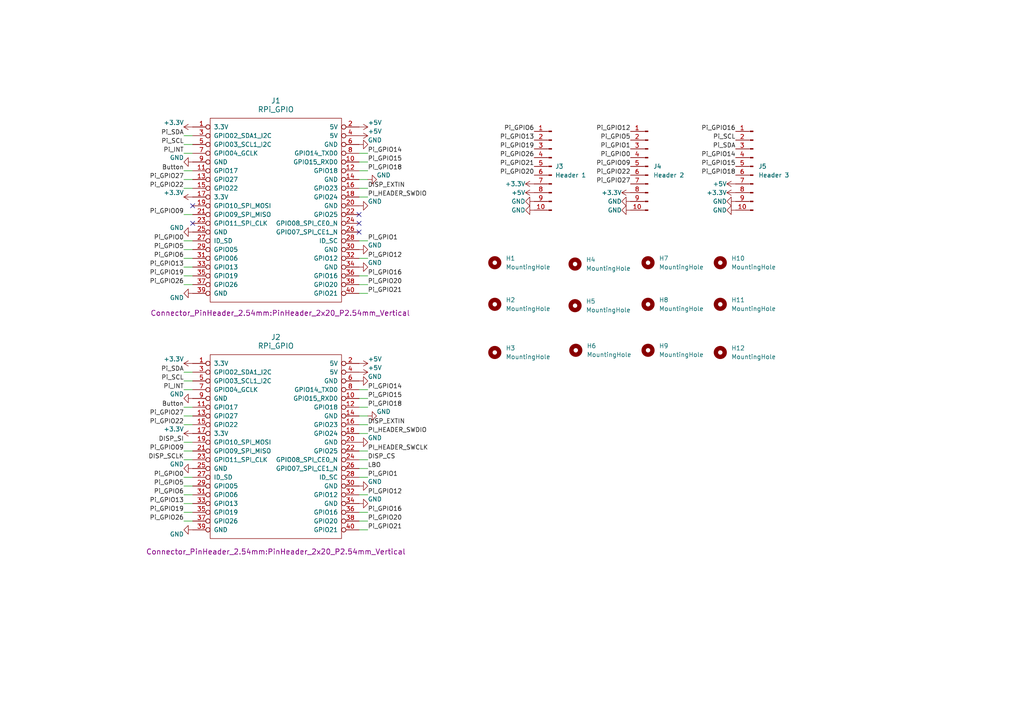
<source format=kicad_sch>
(kicad_sch
	(version 20231120)
	(generator "eeschema")
	(generator_version "8.0")
	(uuid "b64a0df9-933a-4e09-9b59-8136874e8e8e")
	(paper "A4")
	(lib_symbols
		(symbol "+3.3V_1"
			(power)
			(pin_names
				(offset 0)
			)
			(exclude_from_sim no)
			(in_bom yes)
			(on_board yes)
			(property "Reference" "#PWR"
				(at 0 -3.81 0)
				(effects
					(font
						(size 1.27 1.27)
					)
					(hide yes)
				)
			)
			(property "Value" "+3.3V_1"
				(at 0 3.556 0)
				(effects
					(font
						(size 1.27 1.27)
					)
				)
			)
			(property "Footprint" ""
				(at 0 0 0)
				(effects
					(font
						(size 1.27 1.27)
					)
					(hide yes)
				)
			)
			(property "Datasheet" ""
				(at 0 0 0)
				(effects
					(font
						(size 1.27 1.27)
					)
					(hide yes)
				)
			)
			(property "Description" "Power symbol creates a global label with name \"+3.3V\""
				(at 0 0 0)
				(effects
					(font
						(size 1.27 1.27)
					)
					(hide yes)
				)
			)
			(property "ki_keywords" "global power"
				(at 0 0 0)
				(effects
					(font
						(size 1.27 1.27)
					)
					(hide yes)
				)
			)
			(symbol "+3.3V_1_0_1"
				(polyline
					(pts
						(xy -0.762 1.27) (xy 0 2.54)
					)
					(stroke
						(width 0)
						(type default)
					)
					(fill
						(type none)
					)
				)
				(polyline
					(pts
						(xy 0 0) (xy 0 2.54)
					)
					(stroke
						(width 0)
						(type default)
					)
					(fill
						(type none)
					)
				)
				(polyline
					(pts
						(xy 0 2.54) (xy 0.762 1.27)
					)
					(stroke
						(width 0)
						(type default)
					)
					(fill
						(type none)
					)
				)
			)
			(symbol "+3.3V_1_1_1"
				(pin power_in line
					(at 0 0 90)
					(length 0) hide
					(name "+3.3V"
						(effects
							(font
								(size 1.27 1.27)
							)
						)
					)
					(number "1"
						(effects
							(font
								(size 1.27 1.27)
							)
						)
					)
				)
			)
		)
		(symbol "+5V_1"
			(power)
			(pin_names
				(offset 0)
			)
			(exclude_from_sim no)
			(in_bom yes)
			(on_board yes)
			(property "Reference" "#PWR"
				(at 0 -3.81 0)
				(effects
					(font
						(size 1.27 1.27)
					)
					(hide yes)
				)
			)
			(property "Value" "+5V_1"
				(at 0 3.556 0)
				(effects
					(font
						(size 1.27 1.27)
					)
				)
			)
			(property "Footprint" ""
				(at 0 0 0)
				(effects
					(font
						(size 1.27 1.27)
					)
					(hide yes)
				)
			)
			(property "Datasheet" ""
				(at 0 0 0)
				(effects
					(font
						(size 1.27 1.27)
					)
					(hide yes)
				)
			)
			(property "Description" "Power symbol creates a global label with name \"+5V\""
				(at 0 0 0)
				(effects
					(font
						(size 1.27 1.27)
					)
					(hide yes)
				)
			)
			(property "ki_keywords" "global power"
				(at 0 0 0)
				(effects
					(font
						(size 1.27 1.27)
					)
					(hide yes)
				)
			)
			(symbol "+5V_1_0_1"
				(polyline
					(pts
						(xy -0.762 1.27) (xy 0 2.54)
					)
					(stroke
						(width 0)
						(type default)
					)
					(fill
						(type none)
					)
				)
				(polyline
					(pts
						(xy 0 0) (xy 0 2.54)
					)
					(stroke
						(width 0)
						(type default)
					)
					(fill
						(type none)
					)
				)
				(polyline
					(pts
						(xy 0 2.54) (xy 0.762 1.27)
					)
					(stroke
						(width 0)
						(type default)
					)
					(fill
						(type none)
					)
				)
			)
			(symbol "+5V_1_1_1"
				(pin power_in line
					(at 0 0 90)
					(length 0) hide
					(name "+5V"
						(effects
							(font
								(size 1.27 1.27)
							)
						)
					)
					(number "1"
						(effects
							(font
								(size 1.27 1.27)
							)
						)
					)
				)
			)
		)
		(symbol "Connector-ML:RPi_GPIO"
			(pin_names
				(offset 1.016)
			)
			(exclude_from_sim no)
			(in_bom yes)
			(on_board yes)
			(property "Reference" "J"
				(at 19.05 6.35 0)
				(effects
					(font
						(size 1.524 1.524)
					)
				)
			)
			(property "Value" "RPi_GPIO"
				(at 19.05 3.81 0)
				(effects
					(font
						(size 1.524 1.524)
					)
				)
			)
			(property "Footprint" ""
				(at 0 0 0)
				(effects
					(font
						(size 1.524 1.524)
					)
				)
			)
			(property "Datasheet" ""
				(at 0 0 0)
				(effects
					(font
						(size 1.524 1.524)
					)
				)
			)
			(property "Description" ""
				(at 0 0 0)
				(effects
					(font
						(size 1.27 1.27)
					)
					(hide yes)
				)
			)
			(symbol "RPi_GPIO_0_1"
				(rectangle
					(start 0 2.54)
					(end 38.1 -50.8)
					(stroke
						(width 0)
						(type solid)
					)
					(fill
						(type none)
					)
				)
			)
			(symbol "RPi_GPIO_1_1"
				(pin power_in inverted
					(at -5.08 0 0)
					(length 5.08)
					(name "3.3V"
						(effects
							(font
								(size 1.27 1.27)
							)
						)
					)
					(number "1"
						(effects
							(font
								(size 1.27 1.27)
							)
						)
					)
				)
				(pin bidirectional inverted
					(at 43.18 -10.16 180)
					(length 5.08)
					(name "GPIO15_RXD0"
						(effects
							(font
								(size 1.27 1.27)
							)
						)
					)
					(number "10"
						(effects
							(font
								(size 1.27 1.27)
							)
						)
					)
				)
				(pin bidirectional inverted
					(at -5.08 -12.7 0)
					(length 5.08)
					(name "GPIO17"
						(effects
							(font
								(size 1.27 1.27)
							)
						)
					)
					(number "11"
						(effects
							(font
								(size 1.27 1.27)
							)
						)
					)
				)
				(pin bidirectional inverted
					(at 43.18 -12.7 180)
					(length 5.08)
					(name "GPIO18"
						(effects
							(font
								(size 1.27 1.27)
							)
						)
					)
					(number "12"
						(effects
							(font
								(size 1.27 1.27)
							)
						)
					)
				)
				(pin bidirectional inverted
					(at -5.08 -15.24 0)
					(length 5.08)
					(name "GPIO27"
						(effects
							(font
								(size 1.27 1.27)
							)
						)
					)
					(number "13"
						(effects
							(font
								(size 1.27 1.27)
							)
						)
					)
				)
				(pin power_in inverted
					(at 43.18 -15.24 180)
					(length 5.08)
					(name "GND"
						(effects
							(font
								(size 1.27 1.27)
							)
						)
					)
					(number "14"
						(effects
							(font
								(size 1.27 1.27)
							)
						)
					)
				)
				(pin bidirectional inverted
					(at -5.08 -17.78 0)
					(length 5.08)
					(name "GPIO22"
						(effects
							(font
								(size 1.27 1.27)
							)
						)
					)
					(number "15"
						(effects
							(font
								(size 1.27 1.27)
							)
						)
					)
				)
				(pin bidirectional inverted
					(at 43.18 -17.78 180)
					(length 5.08)
					(name "GPIO23"
						(effects
							(font
								(size 1.27 1.27)
							)
						)
					)
					(number "16"
						(effects
							(font
								(size 1.27 1.27)
							)
						)
					)
				)
				(pin power_in inverted
					(at -5.08 -20.32 0)
					(length 5.08)
					(name "3.3V"
						(effects
							(font
								(size 1.27 1.27)
							)
						)
					)
					(number "17"
						(effects
							(font
								(size 1.27 1.27)
							)
						)
					)
				)
				(pin bidirectional inverted
					(at 43.18 -20.32 180)
					(length 5.08)
					(name "GPIO24"
						(effects
							(font
								(size 1.27 1.27)
							)
						)
					)
					(number "18"
						(effects
							(font
								(size 1.27 1.27)
							)
						)
					)
				)
				(pin bidirectional inverted
					(at -5.08 -22.86 0)
					(length 5.08)
					(name "GPIO10_SPI_MOSI"
						(effects
							(font
								(size 1.27 1.27)
							)
						)
					)
					(number "19"
						(effects
							(font
								(size 1.27 1.27)
							)
						)
					)
				)
				(pin power_in inverted
					(at 43.18 0 180)
					(length 5.08)
					(name "5V"
						(effects
							(font
								(size 1.27 1.27)
							)
						)
					)
					(number "2"
						(effects
							(font
								(size 1.27 1.27)
							)
						)
					)
				)
				(pin power_in inverted
					(at 43.18 -22.86 180)
					(length 5.08)
					(name "GND"
						(effects
							(font
								(size 1.27 1.27)
							)
						)
					)
					(number "20"
						(effects
							(font
								(size 1.27 1.27)
							)
						)
					)
				)
				(pin bidirectional inverted
					(at -5.08 -25.4 0)
					(length 5.08)
					(name "GPIO09_SPI_MISO"
						(effects
							(font
								(size 1.27 1.27)
							)
						)
					)
					(number "21"
						(effects
							(font
								(size 1.27 1.27)
							)
						)
					)
				)
				(pin bidirectional inverted
					(at 43.18 -25.4 180)
					(length 5.08)
					(name "GPIO25"
						(effects
							(font
								(size 1.27 1.27)
							)
						)
					)
					(number "22"
						(effects
							(font
								(size 1.27 1.27)
							)
						)
					)
				)
				(pin bidirectional inverted
					(at -5.08 -27.94 0)
					(length 5.08)
					(name "GPIO11_SPI_CLK"
						(effects
							(font
								(size 1.27 1.27)
							)
						)
					)
					(number "23"
						(effects
							(font
								(size 1.27 1.27)
							)
						)
					)
				)
				(pin bidirectional inverted
					(at 43.18 -27.94 180)
					(length 5.08)
					(name "GPIO08_SPI_CE0_N"
						(effects
							(font
								(size 1.27 1.27)
							)
						)
					)
					(number "24"
						(effects
							(font
								(size 1.27 1.27)
							)
						)
					)
				)
				(pin power_in inverted
					(at -5.08 -30.48 0)
					(length 5.08)
					(name "GND"
						(effects
							(font
								(size 1.27 1.27)
							)
						)
					)
					(number "25"
						(effects
							(font
								(size 1.27 1.27)
							)
						)
					)
				)
				(pin bidirectional inverted
					(at 43.18 -30.48 180)
					(length 5.08)
					(name "GPIO07_SPI_CE1_N"
						(effects
							(font
								(size 1.27 1.27)
							)
						)
					)
					(number "26"
						(effects
							(font
								(size 1.27 1.27)
							)
						)
					)
				)
				(pin bidirectional inverted
					(at -5.08 -33.02 0)
					(length 5.08)
					(name "ID_SD"
						(effects
							(font
								(size 1.27 1.27)
							)
						)
					)
					(number "27"
						(effects
							(font
								(size 1.27 1.27)
							)
						)
					)
				)
				(pin bidirectional inverted
					(at 43.18 -33.02 180)
					(length 5.08)
					(name "ID_SC"
						(effects
							(font
								(size 1.27 1.27)
							)
						)
					)
					(number "28"
						(effects
							(font
								(size 1.27 1.27)
							)
						)
					)
				)
				(pin bidirectional inverted
					(at -5.08 -35.56 0)
					(length 5.08)
					(name "GPIO05"
						(effects
							(font
								(size 1.27 1.27)
							)
						)
					)
					(number "29"
						(effects
							(font
								(size 1.27 1.27)
							)
						)
					)
				)
				(pin bidirectional inverted
					(at -5.08 -2.54 0)
					(length 5.08)
					(name "GPIO02_SDA1_I2C"
						(effects
							(font
								(size 1.27 1.27)
							)
						)
					)
					(number "3"
						(effects
							(font
								(size 1.27 1.27)
							)
						)
					)
				)
				(pin power_in inverted
					(at 43.18 -35.56 180)
					(length 5.08)
					(name "GND"
						(effects
							(font
								(size 1.27 1.27)
							)
						)
					)
					(number "30"
						(effects
							(font
								(size 1.27 1.27)
							)
						)
					)
				)
				(pin bidirectional inverted
					(at -5.08 -38.1 0)
					(length 5.08)
					(name "GPIO06"
						(effects
							(font
								(size 1.27 1.27)
							)
						)
					)
					(number "31"
						(effects
							(font
								(size 1.27 1.27)
							)
						)
					)
				)
				(pin bidirectional inverted
					(at 43.18 -38.1 180)
					(length 5.08)
					(name "GPIO12"
						(effects
							(font
								(size 1.27 1.27)
							)
						)
					)
					(number "32"
						(effects
							(font
								(size 1.27 1.27)
							)
						)
					)
				)
				(pin bidirectional inverted
					(at -5.08 -40.64 0)
					(length 5.08)
					(name "GPIO13"
						(effects
							(font
								(size 1.27 1.27)
							)
						)
					)
					(number "33"
						(effects
							(font
								(size 1.27 1.27)
							)
						)
					)
				)
				(pin power_in inverted
					(at 43.18 -40.64 180)
					(length 5.08)
					(name "GND"
						(effects
							(font
								(size 1.27 1.27)
							)
						)
					)
					(number "34"
						(effects
							(font
								(size 1.27 1.27)
							)
						)
					)
				)
				(pin bidirectional inverted
					(at -5.08 -43.18 0)
					(length 5.08)
					(name "GPIO19"
						(effects
							(font
								(size 1.27 1.27)
							)
						)
					)
					(number "35"
						(effects
							(font
								(size 1.27 1.27)
							)
						)
					)
				)
				(pin bidirectional inverted
					(at 43.18 -43.18 180)
					(length 5.08)
					(name "GPIO16"
						(effects
							(font
								(size 1.27 1.27)
							)
						)
					)
					(number "36"
						(effects
							(font
								(size 1.27 1.27)
							)
						)
					)
				)
				(pin bidirectional inverted
					(at -5.08 -45.72 0)
					(length 5.08)
					(name "GPIO26"
						(effects
							(font
								(size 1.27 1.27)
							)
						)
					)
					(number "37"
						(effects
							(font
								(size 1.27 1.27)
							)
						)
					)
				)
				(pin bidirectional inverted
					(at 43.18 -45.72 180)
					(length 5.08)
					(name "GPIO20"
						(effects
							(font
								(size 1.27 1.27)
							)
						)
					)
					(number "38"
						(effects
							(font
								(size 1.27 1.27)
							)
						)
					)
				)
				(pin power_in inverted
					(at -5.08 -48.26 0)
					(length 5.08)
					(name "GND"
						(effects
							(font
								(size 1.27 1.27)
							)
						)
					)
					(number "39"
						(effects
							(font
								(size 1.27 1.27)
							)
						)
					)
				)
				(pin power_in inverted
					(at 43.18 -2.54 180)
					(length 5.08)
					(name "5V"
						(effects
							(font
								(size 1.27 1.27)
							)
						)
					)
					(number "4"
						(effects
							(font
								(size 1.27 1.27)
							)
						)
					)
				)
				(pin bidirectional inverted
					(at 43.18 -48.26 180)
					(length 5.08)
					(name "GPIO21"
						(effects
							(font
								(size 1.27 1.27)
							)
						)
					)
					(number "40"
						(effects
							(font
								(size 1.27 1.27)
							)
						)
					)
				)
				(pin bidirectional inverted
					(at -5.08 -5.08 0)
					(length 5.08)
					(name "GPIO03_SCL1_I2C"
						(effects
							(font
								(size 1.27 1.27)
							)
						)
					)
					(number "5"
						(effects
							(font
								(size 1.27 1.27)
							)
						)
					)
				)
				(pin power_in inverted
					(at 43.18 -5.08 180)
					(length 5.08)
					(name "GND"
						(effects
							(font
								(size 1.27 1.27)
							)
						)
					)
					(number "6"
						(effects
							(font
								(size 1.27 1.27)
							)
						)
					)
				)
				(pin bidirectional inverted
					(at -5.08 -7.62 0)
					(length 5.08)
					(name "GPIO04_GCLK"
						(effects
							(font
								(size 1.27 1.27)
							)
						)
					)
					(number "7"
						(effects
							(font
								(size 1.27 1.27)
							)
						)
					)
				)
				(pin bidirectional inverted
					(at 43.18 -7.62 180)
					(length 5.08)
					(name "GPIO14_TXD0"
						(effects
							(font
								(size 1.27 1.27)
							)
						)
					)
					(number "8"
						(effects
							(font
								(size 1.27 1.27)
							)
						)
					)
				)
				(pin power_in inverted
					(at -5.08 -10.16 0)
					(length 5.08)
					(name "GND"
						(effects
							(font
								(size 1.27 1.27)
							)
						)
					)
					(number "9"
						(effects
							(font
								(size 1.27 1.27)
							)
						)
					)
				)
			)
		)
		(symbol "Connector:Conn_01x10_Male"
			(pin_names
				(offset 1.016) hide)
			(exclude_from_sim no)
			(in_bom yes)
			(on_board yes)
			(property "Reference" "J"
				(at 0 12.7 0)
				(effects
					(font
						(size 1.27 1.27)
					)
				)
			)
			(property "Value" "Conn_01x10_Male"
				(at 0 -15.24 0)
				(effects
					(font
						(size 1.27 1.27)
					)
				)
			)
			(property "Footprint" ""
				(at 0 0 0)
				(effects
					(font
						(size 1.27 1.27)
					)
					(hide yes)
				)
			)
			(property "Datasheet" "~"
				(at 0 0 0)
				(effects
					(font
						(size 1.27 1.27)
					)
					(hide yes)
				)
			)
			(property "Description" "Generic connector, single row, 01x10, script generated (kicad-library-utils/schlib/autogen/connector/)"
				(at 0 0 0)
				(effects
					(font
						(size 1.27 1.27)
					)
					(hide yes)
				)
			)
			(property "ki_keywords" "connector"
				(at 0 0 0)
				(effects
					(font
						(size 1.27 1.27)
					)
					(hide yes)
				)
			)
			(property "ki_fp_filters" "Connector*:*_1x??_*"
				(at 0 0 0)
				(effects
					(font
						(size 1.27 1.27)
					)
					(hide yes)
				)
			)
			(symbol "Conn_01x10_Male_1_1"
				(polyline
					(pts
						(xy 1.27 -12.7) (xy 0.8636 -12.7)
					)
					(stroke
						(width 0.1524)
						(type default)
					)
					(fill
						(type none)
					)
				)
				(polyline
					(pts
						(xy 1.27 -10.16) (xy 0.8636 -10.16)
					)
					(stroke
						(width 0.1524)
						(type default)
					)
					(fill
						(type none)
					)
				)
				(polyline
					(pts
						(xy 1.27 -7.62) (xy 0.8636 -7.62)
					)
					(stroke
						(width 0.1524)
						(type default)
					)
					(fill
						(type none)
					)
				)
				(polyline
					(pts
						(xy 1.27 -5.08) (xy 0.8636 -5.08)
					)
					(stroke
						(width 0.1524)
						(type default)
					)
					(fill
						(type none)
					)
				)
				(polyline
					(pts
						(xy 1.27 -2.54) (xy 0.8636 -2.54)
					)
					(stroke
						(width 0.1524)
						(type default)
					)
					(fill
						(type none)
					)
				)
				(polyline
					(pts
						(xy 1.27 0) (xy 0.8636 0)
					)
					(stroke
						(width 0.1524)
						(type default)
					)
					(fill
						(type none)
					)
				)
				(polyline
					(pts
						(xy 1.27 2.54) (xy 0.8636 2.54)
					)
					(stroke
						(width 0.1524)
						(type default)
					)
					(fill
						(type none)
					)
				)
				(polyline
					(pts
						(xy 1.27 5.08) (xy 0.8636 5.08)
					)
					(stroke
						(width 0.1524)
						(type default)
					)
					(fill
						(type none)
					)
				)
				(polyline
					(pts
						(xy 1.27 7.62) (xy 0.8636 7.62)
					)
					(stroke
						(width 0.1524)
						(type default)
					)
					(fill
						(type none)
					)
				)
				(polyline
					(pts
						(xy 1.27 10.16) (xy 0.8636 10.16)
					)
					(stroke
						(width 0.1524)
						(type default)
					)
					(fill
						(type none)
					)
				)
				(rectangle
					(start 0.8636 -12.573)
					(end 0 -12.827)
					(stroke
						(width 0.1524)
						(type default)
					)
					(fill
						(type outline)
					)
				)
				(rectangle
					(start 0.8636 -10.033)
					(end 0 -10.287)
					(stroke
						(width 0.1524)
						(type default)
					)
					(fill
						(type outline)
					)
				)
				(rectangle
					(start 0.8636 -7.493)
					(end 0 -7.747)
					(stroke
						(width 0.1524)
						(type default)
					)
					(fill
						(type outline)
					)
				)
				(rectangle
					(start 0.8636 -4.953)
					(end 0 -5.207)
					(stroke
						(width 0.1524)
						(type default)
					)
					(fill
						(type outline)
					)
				)
				(rectangle
					(start 0.8636 -2.413)
					(end 0 -2.667)
					(stroke
						(width 0.1524)
						(type default)
					)
					(fill
						(type outline)
					)
				)
				(rectangle
					(start 0.8636 0.127)
					(end 0 -0.127)
					(stroke
						(width 0.1524)
						(type default)
					)
					(fill
						(type outline)
					)
				)
				(rectangle
					(start 0.8636 2.667)
					(end 0 2.413)
					(stroke
						(width 0.1524)
						(type default)
					)
					(fill
						(type outline)
					)
				)
				(rectangle
					(start 0.8636 5.207)
					(end 0 4.953)
					(stroke
						(width 0.1524)
						(type default)
					)
					(fill
						(type outline)
					)
				)
				(rectangle
					(start 0.8636 7.747)
					(end 0 7.493)
					(stroke
						(width 0.1524)
						(type default)
					)
					(fill
						(type outline)
					)
				)
				(rectangle
					(start 0.8636 10.287)
					(end 0 10.033)
					(stroke
						(width 0.1524)
						(type default)
					)
					(fill
						(type outline)
					)
				)
				(pin passive line
					(at 5.08 10.16 180)
					(length 3.81)
					(name "Pin_1"
						(effects
							(font
								(size 1.27 1.27)
							)
						)
					)
					(number "1"
						(effects
							(font
								(size 1.27 1.27)
							)
						)
					)
				)
				(pin passive line
					(at 5.08 -12.7 180)
					(length 3.81)
					(name "Pin_10"
						(effects
							(font
								(size 1.27 1.27)
							)
						)
					)
					(number "10"
						(effects
							(font
								(size 1.27 1.27)
							)
						)
					)
				)
				(pin passive line
					(at 5.08 7.62 180)
					(length 3.81)
					(name "Pin_2"
						(effects
							(font
								(size 1.27 1.27)
							)
						)
					)
					(number "2"
						(effects
							(font
								(size 1.27 1.27)
							)
						)
					)
				)
				(pin passive line
					(at 5.08 5.08 180)
					(length 3.81)
					(name "Pin_3"
						(effects
							(font
								(size 1.27 1.27)
							)
						)
					)
					(number "3"
						(effects
							(font
								(size 1.27 1.27)
							)
						)
					)
				)
				(pin passive line
					(at 5.08 2.54 180)
					(length 3.81)
					(name "Pin_4"
						(effects
							(font
								(size 1.27 1.27)
							)
						)
					)
					(number "4"
						(effects
							(font
								(size 1.27 1.27)
							)
						)
					)
				)
				(pin passive line
					(at 5.08 0 180)
					(length 3.81)
					(name "Pin_5"
						(effects
							(font
								(size 1.27 1.27)
							)
						)
					)
					(number "5"
						(effects
							(font
								(size 1.27 1.27)
							)
						)
					)
				)
				(pin passive line
					(at 5.08 -2.54 180)
					(length 3.81)
					(name "Pin_6"
						(effects
							(font
								(size 1.27 1.27)
							)
						)
					)
					(number "6"
						(effects
							(font
								(size 1.27 1.27)
							)
						)
					)
				)
				(pin passive line
					(at 5.08 -5.08 180)
					(length 3.81)
					(name "Pin_7"
						(effects
							(font
								(size 1.27 1.27)
							)
						)
					)
					(number "7"
						(effects
							(font
								(size 1.27 1.27)
							)
						)
					)
				)
				(pin passive line
					(at 5.08 -7.62 180)
					(length 3.81)
					(name "Pin_8"
						(effects
							(font
								(size 1.27 1.27)
							)
						)
					)
					(number "8"
						(effects
							(font
								(size 1.27 1.27)
							)
						)
					)
				)
				(pin passive line
					(at 5.08 -10.16 180)
					(length 3.81)
					(name "Pin_9"
						(effects
							(font
								(size 1.27 1.27)
							)
						)
					)
					(number "9"
						(effects
							(font
								(size 1.27 1.27)
							)
						)
					)
				)
			)
		)
		(symbol "GND_1"
			(power)
			(pin_names
				(offset 0)
			)
			(exclude_from_sim no)
			(in_bom yes)
			(on_board yes)
			(property "Reference" "#PWR"
				(at 0 -6.35 0)
				(effects
					(font
						(size 1.27 1.27)
					)
					(hide yes)
				)
			)
			(property "Value" "GND_1"
				(at 0 -3.81 0)
				(effects
					(font
						(size 1.27 1.27)
					)
				)
			)
			(property "Footprint" ""
				(at 0 0 0)
				(effects
					(font
						(size 1.27 1.27)
					)
					(hide yes)
				)
			)
			(property "Datasheet" ""
				(at 0 0 0)
				(effects
					(font
						(size 1.27 1.27)
					)
					(hide yes)
				)
			)
			(property "Description" "Power symbol creates a global label with name \"GND\" , ground"
				(at 0 0 0)
				(effects
					(font
						(size 1.27 1.27)
					)
					(hide yes)
				)
			)
			(property "ki_keywords" "global power"
				(at 0 0 0)
				(effects
					(font
						(size 1.27 1.27)
					)
					(hide yes)
				)
			)
			(symbol "GND_1_0_1"
				(polyline
					(pts
						(xy 0 0) (xy 0 -1.27) (xy 1.27 -1.27) (xy 0 -2.54) (xy -1.27 -1.27) (xy 0 -1.27)
					)
					(stroke
						(width 0)
						(type default)
					)
					(fill
						(type none)
					)
				)
			)
			(symbol "GND_1_1_1"
				(pin power_in line
					(at 0 0 270)
					(length 0) hide
					(name "GND"
						(effects
							(font
								(size 1.27 1.27)
							)
						)
					)
					(number "1"
						(effects
							(font
								(size 1.27 1.27)
							)
						)
					)
				)
			)
		)
		(symbol "Mechanical:MountingHole"
			(pin_names
				(offset 1.016)
			)
			(exclude_from_sim no)
			(in_bom yes)
			(on_board yes)
			(property "Reference" "H"
				(at 0 5.08 0)
				(effects
					(font
						(size 1.27 1.27)
					)
				)
			)
			(property "Value" "MountingHole"
				(at 0 3.175 0)
				(effects
					(font
						(size 1.27 1.27)
					)
				)
			)
			(property "Footprint" ""
				(at 0 0 0)
				(effects
					(font
						(size 1.27 1.27)
					)
					(hide yes)
				)
			)
			(property "Datasheet" "~"
				(at 0 0 0)
				(effects
					(font
						(size 1.27 1.27)
					)
					(hide yes)
				)
			)
			(property "Description" "Mounting Hole without connection"
				(at 0 0 0)
				(effects
					(font
						(size 1.27 1.27)
					)
					(hide yes)
				)
			)
			(property "ki_keywords" "mounting hole"
				(at 0 0 0)
				(effects
					(font
						(size 1.27 1.27)
					)
					(hide yes)
				)
			)
			(property "ki_fp_filters" "MountingHole*"
				(at 0 0 0)
				(effects
					(font
						(size 1.27 1.27)
					)
					(hide yes)
				)
			)
			(symbol "MountingHole_0_1"
				(circle
					(center 0 0)
					(radius 1.27)
					(stroke
						(width 1.27)
						(type default)
					)
					(fill
						(type none)
					)
				)
			)
		)
	)
	(no_connect
		(at 104.14 62.23)
		(uuid "846043bb-a278-48b9-9dcc-2f4be831dbdf")
	)
	(no_connect
		(at 55.88 64.77)
		(uuid "8765dcb4-288c-4f1a-93f2-bf476f0a2ee1")
	)
	(no_connect
		(at 55.88 59.69)
		(uuid "913eedf5-0af5-4b3b-bdae-349761c9bca7")
	)
	(no_connect
		(at 104.14 67.31)
		(uuid "a003b47e-dfa4-4f8c-9e7e-25a58d0ebad4")
	)
	(no_connect
		(at 104.14 64.77)
		(uuid "c5281b46-cbbe-4e40-9496-2eec21ade38a")
	)
	(wire
		(pts
			(xy 53.34 39.37) (xy 55.88 39.37)
		)
		(stroke
			(width 0)
			(type default)
		)
		(uuid "01ff08ac-71f5-4c2a-8053-baa1bb6df435")
	)
	(wire
		(pts
			(xy 53.34 74.93) (xy 55.88 74.93)
		)
		(stroke
			(width 0)
			(type default)
		)
		(uuid "02679038-0931-4669-a3fa-6c27352ad598")
	)
	(wire
		(pts
			(xy 104.14 46.99) (xy 106.68 46.99)
		)
		(stroke
			(width 0)
			(type default)
		)
		(uuid "034932bd-1aa3-4753-a8b4-bbcc50f7b3ff")
	)
	(wire
		(pts
			(xy 53.34 128.27) (xy 55.88 128.27)
		)
		(stroke
			(width 0)
			(type default)
		)
		(uuid "073fae66-88ce-46a9-b9ce-460f30632c9a")
	)
	(wire
		(pts
			(xy 53.34 130.81) (xy 55.88 130.81)
		)
		(stroke
			(width 0)
			(type default)
		)
		(uuid "0ec6f92d-b804-41b3-b676-30a5a0b3726d")
	)
	(wire
		(pts
			(xy 104.14 125.73) (xy 106.68 125.73)
		)
		(stroke
			(width 0)
			(type default)
		)
		(uuid "0fb965a1-b14c-41db-9fff-075e06fa78a4")
	)
	(wire
		(pts
			(xy 104.14 44.45) (xy 106.68 44.45)
		)
		(stroke
			(width 0)
			(type default)
		)
		(uuid "1121dc5b-c90d-4e7f-9d6d-e8dd85eb1966")
	)
	(wire
		(pts
			(xy 53.34 151.13) (xy 55.88 151.13)
		)
		(stroke
			(width 0)
			(type default)
		)
		(uuid "15eae12a-82f0-43d4-9ddf-3c1da5754b25")
	)
	(wire
		(pts
			(xy 104.14 115.57) (xy 106.68 115.57)
		)
		(stroke
			(width 0)
			(type default)
		)
		(uuid "255eb49f-272d-4873-b37c-ddb0756ce8c0")
	)
	(wire
		(pts
			(xy 53.34 133.35) (xy 55.88 133.35)
		)
		(stroke
			(width 0)
			(type default)
		)
		(uuid "269f4804-c172-4fc4-95c3-ad0a53fb3d98")
	)
	(wire
		(pts
			(xy 104.14 52.07) (xy 106.68 52.07)
		)
		(stroke
			(width 0)
			(type default)
		)
		(uuid "27a27102-7971-4f4d-9471-67c10555eb8a")
	)
	(wire
		(pts
			(xy 104.14 118.11) (xy 106.68 118.11)
		)
		(stroke
			(width 0)
			(type default)
		)
		(uuid "30b70885-d7eb-49dd-9c4d-7f8b38f31461")
	)
	(wire
		(pts
			(xy 53.34 123.19) (xy 55.88 123.19)
		)
		(stroke
			(width 0)
			(type default)
		)
		(uuid "34ffc503-b9d6-4ddd-bf15-0be7c0f2bf5a")
	)
	(wire
		(pts
			(xy 104.14 130.81) (xy 106.68 130.81)
		)
		(stroke
			(width 0)
			(type default)
		)
		(uuid "35385624-968d-45a1-a063-39e75ab01d34")
	)
	(wire
		(pts
			(xy 53.34 69.85) (xy 55.88 69.85)
		)
		(stroke
			(width 0)
			(type default)
		)
		(uuid "3f75bfb3-1f17-4508-84c2-f12a97969920")
	)
	(wire
		(pts
			(xy 53.34 120.65) (xy 55.88 120.65)
		)
		(stroke
			(width 0)
			(type default)
		)
		(uuid "42017159-112a-4244-b9c5-981497d0c679")
	)
	(wire
		(pts
			(xy 104.14 123.19) (xy 106.68 123.19)
		)
		(stroke
			(width 0)
			(type default)
		)
		(uuid "42298b47-7977-4b30-8068-3e70b51c470f")
	)
	(wire
		(pts
			(xy 53.34 148.59) (xy 55.88 148.59)
		)
		(stroke
			(width 0)
			(type default)
		)
		(uuid "44de4cb1-5532-47b2-bad2-f50fad920027")
	)
	(wire
		(pts
			(xy 104.14 151.13) (xy 106.68 151.13)
		)
		(stroke
			(width 0)
			(type default)
		)
		(uuid "48e7961f-39f3-4537-8de4-99279d0f7473")
	)
	(wire
		(pts
			(xy 53.34 107.95) (xy 55.88 107.95)
		)
		(stroke
			(width 0)
			(type default)
		)
		(uuid "4b33882d-ce54-4f62-9619-e6d74fc837bc")
	)
	(wire
		(pts
			(xy 104.14 133.35) (xy 106.68 133.35)
		)
		(stroke
			(width 0)
			(type default)
		)
		(uuid "4d973cc9-adfe-4a07-949a-dfaa9fe34de7")
	)
	(wire
		(pts
			(xy 104.14 148.59) (xy 106.68 148.59)
		)
		(stroke
			(width 0)
			(type default)
		)
		(uuid "594107f2-42e6-4302-bb64-918a7fba88bd")
	)
	(wire
		(pts
			(xy 104.14 82.55) (xy 106.68 82.55)
		)
		(stroke
			(width 0)
			(type default)
		)
		(uuid "5fb86d69-b157-4f70-8243-59f44f609c48")
	)
	(wire
		(pts
			(xy 53.34 72.39) (xy 55.88 72.39)
		)
		(stroke
			(width 0)
			(type default)
		)
		(uuid "63590127-26eb-4bb3-a862-01aea0bd97e8")
	)
	(wire
		(pts
			(xy 104.14 49.53) (xy 106.68 49.53)
		)
		(stroke
			(width 0)
			(type default)
		)
		(uuid "639d6a0e-106a-4499-9c6a-c0bb010873e0")
	)
	(wire
		(pts
			(xy 53.34 54.61) (xy 55.88 54.61)
		)
		(stroke
			(width 0)
			(type default)
		)
		(uuid "6481c82d-330f-4f4d-8add-06a6566af1a4")
	)
	(wire
		(pts
			(xy 53.34 44.45) (xy 55.88 44.45)
		)
		(stroke
			(width 0)
			(type default)
		)
		(uuid "72cfd46e-c383-48ba-b183-a7f6402fa481")
	)
	(wire
		(pts
			(xy 53.34 113.03) (xy 55.88 113.03)
		)
		(stroke
			(width 0)
			(type default)
		)
		(uuid "75e6adbe-2f3a-493a-a08a-d3e4c706c5d5")
	)
	(wire
		(pts
			(xy 53.34 140.97) (xy 55.88 140.97)
		)
		(stroke
			(width 0)
			(type default)
		)
		(uuid "7aa0fd79-a21a-4031-9ecd-b2fd2d85e931")
	)
	(wire
		(pts
			(xy 104.14 80.01) (xy 106.68 80.01)
		)
		(stroke
			(width 0)
			(type default)
		)
		(uuid "7cafe5ee-7419-4e04-a4d9-ada172dcdbf5")
	)
	(wire
		(pts
			(xy 53.34 62.23) (xy 55.88 62.23)
		)
		(stroke
			(width 0)
			(type default)
		)
		(uuid "876a48b3-9016-427d-9668-8d6bcb0c24f4")
	)
	(wire
		(pts
			(xy 53.34 110.49) (xy 55.88 110.49)
		)
		(stroke
			(width 0)
			(type default)
		)
		(uuid "8e07ac94-2dd2-4b85-b42f-a5438e22749f")
	)
	(wire
		(pts
			(xy 104.14 85.09) (xy 106.68 85.09)
		)
		(stroke
			(width 0)
			(type default)
		)
		(uuid "916b3acd-0a1b-431d-adcb-df96ab46be0c")
	)
	(wire
		(pts
			(xy 53.34 138.43) (xy 55.88 138.43)
		)
		(stroke
			(width 0)
			(type default)
		)
		(uuid "95844809-7cb5-498b-bf93-015735bce864")
	)
	(wire
		(pts
			(xy 53.34 143.51) (xy 55.88 143.51)
		)
		(stroke
			(width 0)
			(type default)
		)
		(uuid "9b2531be-1512-44b6-b136-07993cbe41c3")
	)
	(wire
		(pts
			(xy 53.34 77.47) (xy 55.88 77.47)
		)
		(stroke
			(width 0)
			(type default)
		)
		(uuid "9d123fbf-2b20-4ca2-9b60-721640423327")
	)
	(wire
		(pts
			(xy 53.34 41.91) (xy 55.88 41.91)
		)
		(stroke
			(width 0)
			(type default)
		)
		(uuid "a08c2142-2046-46d1-8d2d-9bb8a3c2b4d6")
	)
	(wire
		(pts
			(xy 104.14 57.15) (xy 106.68 57.15)
		)
		(stroke
			(width 0)
			(type default)
		)
		(uuid "a3b525ea-dcb4-4c04-9ef7-765992391533")
	)
	(wire
		(pts
			(xy 53.34 82.55) (xy 55.88 82.55)
		)
		(stroke
			(width 0)
			(type default)
		)
		(uuid "a57c67ca-5a93-4ab6-aeb5-0edc986b1836")
	)
	(wire
		(pts
			(xy 53.34 118.11) (xy 55.88 118.11)
		)
		(stroke
			(width 0)
			(type default)
		)
		(uuid "a963082c-f037-48ba-9ad3-095673dc1f9e")
	)
	(wire
		(pts
			(xy 53.34 52.07) (xy 55.88 52.07)
		)
		(stroke
			(width 0)
			(type default)
		)
		(uuid "b301e20f-7266-421c-999b-977b3d9a9687")
	)
	(wire
		(pts
			(xy 104.14 120.65) (xy 106.68 120.65)
		)
		(stroke
			(width 0)
			(type default)
		)
		(uuid "be21b744-fb17-41c2-9af4-6cc5b634d25a")
	)
	(wire
		(pts
			(xy 104.14 153.67) (xy 106.68 153.67)
		)
		(stroke
			(width 0)
			(type default)
		)
		(uuid "c1574a2b-7975-4fa2-997b-abf51c9b8799")
	)
	(wire
		(pts
			(xy 104.14 143.51) (xy 106.68 143.51)
		)
		(stroke
			(width 0)
			(type default)
		)
		(uuid "c9311af6-6206-435b-887c-581d08e4687e")
	)
	(wire
		(pts
			(xy 104.14 54.61) (xy 106.68 54.61)
		)
		(stroke
			(width 0)
			(type default)
		)
		(uuid "cb853131-bb2d-4441-a8c6-10595250f7ac")
	)
	(wire
		(pts
			(xy 104.14 74.93) (xy 106.68 74.93)
		)
		(stroke
			(width 0)
			(type default)
		)
		(uuid "d3a1beaa-6abb-4e78-9144-babde395238b")
	)
	(wire
		(pts
			(xy 104.14 113.03) (xy 106.68 113.03)
		)
		(stroke
			(width 0)
			(type default)
		)
		(uuid "d3d62489-2834-4b94-b40e-c18295566137")
	)
	(wire
		(pts
			(xy 104.14 135.89) (xy 106.68 135.89)
		)
		(stroke
			(width 0)
			(type default)
		)
		(uuid "e0cb649d-fc70-4230-b3cd-86826139d570")
	)
	(wire
		(pts
			(xy 53.34 49.53) (xy 55.88 49.53)
		)
		(stroke
			(width 0)
			(type default)
		)
		(uuid "e3f8e16b-c1c3-45aa-97b4-60fb629e99cb")
	)
	(wire
		(pts
			(xy 104.14 69.85) (xy 106.68 69.85)
		)
		(stroke
			(width 0)
			(type default)
		)
		(uuid "ec10d135-162a-4f68-8cfb-3fc6c902a72e")
	)
	(wire
		(pts
			(xy 104.14 138.43) (xy 106.68 138.43)
		)
		(stroke
			(width 0)
			(type default)
		)
		(uuid "ede211e0-246d-452a-933e-b85cafeb3c36")
	)
	(wire
		(pts
			(xy 53.34 80.01) (xy 55.88 80.01)
		)
		(stroke
			(width 0)
			(type default)
		)
		(uuid "f6d7b91f-a66a-4999-b480-732adbd39847")
	)
	(wire
		(pts
			(xy 53.34 146.05) (xy 55.88 146.05)
		)
		(stroke
			(width 0)
			(type default)
		)
		(uuid "fc363aba-f229-414b-b56d-eae509da5635")
	)
	(label "Pi_GPIO22"
		(at 53.34 54.61 180)
		(fields_autoplaced yes)
		(effects
			(font
				(size 1.27 1.27)
			)
			(justify right bottom)
		)
		(uuid "0902ec9f-f0b9-4710-8832-77830019ee49")
	)
	(label "Pi_GPIO14"
		(at 106.68 113.03 0)
		(fields_autoplaced yes)
		(effects
			(font
				(size 1.27 1.27)
			)
			(justify left bottom)
		)
		(uuid "0b3213b8-f582-4d37-ae48-dc245fe4ab1f")
	)
	(label "Pi_SDA"
		(at 213.36 43.18 180)
		(fields_autoplaced yes)
		(effects
			(font
				(size 1.27 1.27)
			)
			(justify right bottom)
		)
		(uuid "0fce3382-06d6-42b0-a3d4-01510a4fdc7e")
	)
	(label "Pi_GPIO26"
		(at 154.94 45.72 180)
		(fields_autoplaced yes)
		(effects
			(font
				(size 1.27 1.27)
			)
			(justify right bottom)
		)
		(uuid "104504d6-dace-45b3-99a1-47b59b6b73c7")
	)
	(label "Pi_GPIO22"
		(at 53.34 123.19 180)
		(fields_autoplaced yes)
		(effects
			(font
				(size 1.27 1.27)
			)
			(justify right bottom)
		)
		(uuid "1443a424-14f6-4d12-99c6-f43bbe765e87")
	)
	(label "Pi_GPIO19"
		(at 53.34 148.59 180)
		(fields_autoplaced yes)
		(effects
			(font
				(size 1.27 1.27)
			)
			(justify right bottom)
		)
		(uuid "1c2deb54-38a1-420b-9f42-a22fee0dfa28")
	)
	(label "Pi_GPIO13"
		(at 53.34 77.47 180)
		(fields_autoplaced yes)
		(effects
			(font
				(size 1.27 1.27)
			)
			(justify right bottom)
		)
		(uuid "21397610-c82a-4d78-affe-4490fc5878fd")
	)
	(label "Button"
		(at 53.34 49.53 180)
		(fields_autoplaced yes)
		(effects
			(font
				(size 1.27 1.27)
			)
			(justify right bottom)
		)
		(uuid "238f3dff-b52e-4703-a751-8fa749d55160")
	)
	(label "Pi_SCL"
		(at 53.34 41.91 180)
		(fields_autoplaced yes)
		(effects
			(font
				(size 1.27 1.27)
			)
			(justify right bottom)
		)
		(uuid "29dddbee-81b8-4dd6-83d7-30e2a74aea6d")
	)
	(label "DISP_SI"
		(at 53.34 128.27 180)
		(fields_autoplaced yes)
		(effects
			(font
				(size 1.27 1.27)
			)
			(justify right bottom)
		)
		(uuid "2b3158cd-b42b-42f7-9517-fa90369b5546")
	)
	(label "Pi_GPIO6"
		(at 53.34 143.51 180)
		(fields_autoplaced yes)
		(effects
			(font
				(size 1.27 1.27)
			)
			(justify right bottom)
		)
		(uuid "2dc8bace-b213-48af-b3fe-0199081a5419")
	)
	(label "Pi_GPIO13"
		(at 53.34 146.05 180)
		(fields_autoplaced yes)
		(effects
			(font
				(size 1.27 1.27)
			)
			(justify right bottom)
		)
		(uuid "2e68da2d-beb0-463d-b6ce-68f914d3d99a")
	)
	(label "Pi_GPIO1"
		(at 106.68 138.43 0)
		(fields_autoplaced yes)
		(effects
			(font
				(size 1.27 1.27)
			)
			(justify left bottom)
		)
		(uuid "328bb554-4af4-4178-b9fa-bff9514be461")
	)
	(label "Pi_GPIO16"
		(at 213.36 38.1 180)
		(fields_autoplaced yes)
		(effects
			(font
				(size 1.27 1.27)
			)
			(justify right bottom)
		)
		(uuid "3360cf40-2cde-4a84-b0a8-2b5b24287387")
	)
	(label "DISP_CS"
		(at 106.68 133.35 0)
		(fields_autoplaced yes)
		(effects
			(font
				(size 1.27 1.27)
			)
			(justify left bottom)
		)
		(uuid "33e6379f-e97a-4b7f-b339-d6e2b5ef3397")
	)
	(label "Pi_GPIO13"
		(at 154.94 40.64 180)
		(fields_autoplaced yes)
		(effects
			(font
				(size 1.27 1.27)
			)
			(justify right bottom)
		)
		(uuid "39bf49f5-b0f0-46a6-967a-09a0881e53ea")
	)
	(label "Pi_GPIO0"
		(at 53.34 69.85 180)
		(fields_autoplaced yes)
		(effects
			(font
				(size 1.27 1.27)
			)
			(justify right bottom)
		)
		(uuid "3b5f202d-5a56-4d3f-b15b-4f31b16ae00e")
	)
	(label "Pi_GPIO16"
		(at 106.68 148.59 0)
		(fields_autoplaced yes)
		(effects
			(font
				(size 1.27 1.27)
			)
			(justify left bottom)
		)
		(uuid "3c8a9803-9d73-4dff-9e12-aa37a595514c")
	)
	(label "Pi_GPIO5"
		(at 53.34 140.97 180)
		(fields_autoplaced yes)
		(effects
			(font
				(size 1.27 1.27)
			)
			(justify right bottom)
		)
		(uuid "3de38f13-149c-4c4e-90a6-ad1c9784988a")
	)
	(label "Pi_GPIO5"
		(at 182.88 40.64 180)
		(fields_autoplaced yes)
		(effects
			(font
				(size 1.27 1.27)
			)
			(justify right bottom)
		)
		(uuid "40035d08-2596-42de-8951-40880649b684")
	)
	(label "Pi_GPIO14"
		(at 106.68 44.45 0)
		(fields_autoplaced yes)
		(effects
			(font
				(size 1.27 1.27)
			)
			(justify left bottom)
		)
		(uuid "41d47d7e-ef0f-4fdc-b123-46048418da8a")
	)
	(label "Pi_GPIO19"
		(at 53.34 80.01 180)
		(fields_autoplaced yes)
		(effects
			(font
				(size 1.27 1.27)
			)
			(justify right bottom)
		)
		(uuid "47c4af49-93ef-4e3e-a614-d884bec9175f")
	)
	(label "Pi_GPIO27"
		(at 53.34 52.07 180)
		(fields_autoplaced yes)
		(effects
			(font
				(size 1.27 1.27)
			)
			(justify right bottom)
		)
		(uuid "4e6797f0-d2fa-4dee-9204-77ef2e8baaa0")
	)
	(label "Pi_GPIO19"
		(at 154.94 43.18 180)
		(fields_autoplaced yes)
		(effects
			(font
				(size 1.27 1.27)
			)
			(justify right bottom)
		)
		(uuid "50d33698-7d77-41c1-9135-3fc20f58202f")
	)
	(label "Pi_GPIO0"
		(at 182.88 45.72 180)
		(fields_autoplaced yes)
		(effects
			(font
				(size 1.27 1.27)
			)
			(justify right bottom)
		)
		(uuid "5892a4cc-c1ef-47c3-b474-29b02ae7fd63")
	)
	(label "Pi_SCL"
		(at 53.34 110.49 180)
		(fields_autoplaced yes)
		(effects
			(font
				(size 1.27 1.27)
			)
			(justify right bottom)
		)
		(uuid "666c67d1-f409-4b60-89e4-21ba9aec223d")
	)
	(label "Pi_SCL"
		(at 213.36 40.64 180)
		(fields_autoplaced yes)
		(effects
			(font
				(size 1.27 1.27)
			)
			(justify right bottom)
		)
		(uuid "675126ba-5470-435c-96d6-fc48c1251402")
	)
	(label "Pi_GPIO26"
		(at 53.34 151.13 180)
		(fields_autoplaced yes)
		(effects
			(font
				(size 1.27 1.27)
			)
			(justify right bottom)
		)
		(uuid "6d0de821-6d19-4ebb-9fa4-89094be1950e")
	)
	(label "Pi_SDA"
		(at 53.34 107.95 180)
		(fields_autoplaced yes)
		(effects
			(font
				(size 1.27 1.27)
			)
			(justify right bottom)
		)
		(uuid "6d86b554-d7c2-4c7b-b99e-91bf9bfc7574")
	)
	(label "Pi_GPIO6"
		(at 53.34 74.93 180)
		(fields_autoplaced yes)
		(effects
			(font
				(size 1.27 1.27)
			)
			(justify right bottom)
		)
		(uuid "75b5c3d2-35ee-4893-80c8-26844941e783")
	)
	(label "LBO"
		(at 106.68 135.89 0)
		(fields_autoplaced yes)
		(effects
			(font
				(size 1.27 1.27)
			)
			(justify left bottom)
		)
		(uuid "75e07d53-b97f-4d0d-9cc3-86ae4cd5728a")
	)
	(label "Pi_GPIO22"
		(at 182.88 50.8 180)
		(fields_autoplaced yes)
		(effects
			(font
				(size 1.27 1.27)
			)
			(justify right bottom)
		)
		(uuid "77c94fae-8460-4ea8-baab-5010ba34a024")
	)
	(label "Pi_GPIO27"
		(at 53.34 120.65 180)
		(fields_autoplaced yes)
		(effects
			(font
				(size 1.27 1.27)
			)
			(justify right bottom)
		)
		(uuid "7aeda147-4f84-4c14-86cb-ccf85f13781b")
	)
	(label "Pi_GPIO20"
		(at 106.68 82.55 0)
		(fields_autoplaced yes)
		(effects
			(font
				(size 1.27 1.27)
			)
			(justify left bottom)
		)
		(uuid "8536f63d-016d-449e-afac-cd20ae19d98a")
	)
	(label "Pi_INT"
		(at 53.34 113.03 180)
		(fields_autoplaced yes)
		(effects
			(font
				(size 1.27 1.27)
			)
			(justify right bottom)
		)
		(uuid "901818ed-4724-4fed-8090-c28bfcc3877f")
	)
	(label "Pi_GPIO16"
		(at 106.68 80.01 0)
		(fields_autoplaced yes)
		(effects
			(font
				(size 1.27 1.27)
			)
			(justify left bottom)
		)
		(uuid "9086ce7d-0217-4bc7-a1d5-7d65f070fd74")
	)
	(label "Pi_GPIO18"
		(at 106.68 49.53 0)
		(fields_autoplaced yes)
		(effects
			(font
				(size 1.27 1.27)
			)
			(justify left bottom)
		)
		(uuid "95667453-9d8e-4b51-ada0-6c55e0f218b6")
	)
	(label "PI_HEADER_SWCLK"
		(at 106.68 130.81 0)
		(fields_autoplaced yes)
		(effects
			(font
				(size 1.27 1.27)
			)
			(justify left bottom)
		)
		(uuid "9636b11b-ca0b-411a-8f39-8efdea81c578")
	)
	(label "Pi_GPIO15"
		(at 213.36 48.26 180)
		(fields_autoplaced yes)
		(effects
			(font
				(size 1.27 1.27)
			)
			(justify right bottom)
		)
		(uuid "99a6906b-1ef8-49d8-b1f6-ad1dbf421373")
	)
	(label "Pi_GPIO26"
		(at 53.34 82.55 180)
		(fields_autoplaced yes)
		(effects
			(font
				(size 1.27 1.27)
			)
			(justify right bottom)
		)
		(uuid "a3981446-3651-4e99-bde2-f4347b3ae189")
	)
	(label "Pi_GPIO1"
		(at 182.88 43.18 180)
		(fields_autoplaced yes)
		(effects
			(font
				(size 1.27 1.27)
			)
			(justify right bottom)
		)
		(uuid "a80ed05b-577c-4976-b2b2-2d07a376ce79")
	)
	(label "PI_HEADER_SWDIO"
		(at 106.68 57.15 0)
		(fields_autoplaced yes)
		(effects
			(font
				(size 1.27 1.27)
			)
			(justify left bottom)
		)
		(uuid "ab4d9612-5136-4afb-898e-4036caddc880")
	)
	(label "Pi_GPIO12"
		(at 106.68 143.51 0)
		(fields_autoplaced yes)
		(effects
			(font
				(size 1.27 1.27)
			)
			(justify left bottom)
		)
		(uuid "af7f83cc-a173-4cb8-a503-7e1a1b9870c5")
	)
	(label "Pi_GPIO14"
		(at 213.36 45.72 180)
		(fields_autoplaced yes)
		(effects
			(font
				(size 1.27 1.27)
			)
			(justify right bottom)
		)
		(uuid "b3344df1-1ac3-432a-b4c6-8eb405b92065")
	)
	(label "Pi_GPIO6"
		(at 154.94 38.1 180)
		(fields_autoplaced yes)
		(effects
			(font
				(size 1.27 1.27)
			)
			(justify right bottom)
		)
		(uuid "b3ff9859-23b9-4fe1-9d35-ccebbd9178d6")
	)
	(label "Pi_GPIO0"
		(at 53.34 138.43 180)
		(fields_autoplaced yes)
		(effects
			(font
				(size 1.27 1.27)
			)
			(justify right bottom)
		)
		(uuid "b5a8d1ca-69de-4e29-a2d5-c770e13805a5")
	)
	(label "Pi_GPIO09"
		(at 53.34 62.23 180)
		(fields_autoplaced yes)
		(effects
			(font
				(size 1.27 1.27)
			)
			(justify right bottom)
		)
		(uuid "b76f8f23-b907-4d67-ad6a-75d7a8751e21")
	)
	(label "DISP_EXTIN"
		(at 106.68 123.19 0)
		(fields_autoplaced yes)
		(effects
			(font
				(size 1.27 1.27)
			)
			(justify left bottom)
		)
		(uuid "bb6898a6-9c27-4382-9df6-473bdce946cc")
	)
	(label "Pi_GPIO18"
		(at 213.36 50.8 180)
		(fields_autoplaced yes)
		(effects
			(font
				(size 1.27 1.27)
			)
			(justify right bottom)
		)
		(uuid "bd5b1069-8944-41d0-b47b-074d165a7763")
	)
	(label "DISP_SCLK"
		(at 53.34 133.35 180)
		(fields_autoplaced yes)
		(effects
			(font
				(size 1.27 1.27)
			)
			(justify right bottom)
		)
		(uuid "bd872929-bc46-4965-9c89-a33724090a39")
	)
	(label "Pi_GPIO09"
		(at 53.34 130.81 180)
		(fields_autoplaced yes)
		(effects
			(font
				(size 1.27 1.27)
			)
			(justify right bottom)
		)
		(uuid "bf38eb6a-357d-4bf6-8011-f8ae3ffffac8")
	)
	(label "Pi_GPIO1"
		(at 106.68 69.85 0)
		(fields_autoplaced yes)
		(effects
			(font
				(size 1.27 1.27)
			)
			(justify left bottom)
		)
		(uuid "c05e6bfb-40f9-43e7-b0cf-074289b71c71")
	)
	(label "Pi_GPIO09"
		(at 182.88 48.26 180)
		(fields_autoplaced yes)
		(effects
			(font
				(size 1.27 1.27)
			)
			(justify right bottom)
		)
		(uuid "c30a1e82-2687-4547-b58f-0893a35d218e")
	)
	(label "Pi_GPIO27"
		(at 182.88 53.34 180)
		(fields_autoplaced yes)
		(effects
			(font
				(size 1.27 1.27)
			)
			(justify right bottom)
		)
		(uuid "c47738b7-a623-4383-9023-4835b6e6700c")
	)
	(label "PI_HEADER_SWDIO"
		(at 106.68 125.73 0)
		(fields_autoplaced yes)
		(effects
			(font
				(size 1.27 1.27)
			)
			(justify left bottom)
		)
		(uuid "cab3033a-5fa4-44d2-a02a-fe55eaafce28")
	)
	(label "Pi_GPIO12"
		(at 182.88 38.1 180)
		(fields_autoplaced yes)
		(effects
			(font
				(size 1.27 1.27)
			)
			(justify right bottom)
		)
		(uuid "d022254d-4018-4b82-b1f9-4dcb8f2df145")
	)
	(label "Pi_GPIO5"
		(at 53.34 72.39 180)
		(fields_autoplaced yes)
		(effects
			(font
				(size 1.27 1.27)
			)
			(justify right bottom)
		)
		(uuid "d0fa9463-0005-442b-b553-46fb1db413ae")
	)
	(label "DISP_EXTIN"
		(at 106.68 54.61 0)
		(fields_autoplaced yes)
		(effects
			(font
				(size 1.27 1.27)
			)
			(justify left bottom)
		)
		(uuid "d2f19ca4-556c-476e-bec2-e57b2ef3c1cd")
	)
	(label "Pi_GPIO15"
		(at 106.68 46.99 0)
		(fields_autoplaced yes)
		(effects
			(font
				(size 1.27 1.27)
			)
			(justify left bottom)
		)
		(uuid "d7705c01-b31b-4bd5-8466-d9abe212cdac")
	)
	(label "Pi_GPIO21"
		(at 106.68 85.09 0)
		(fields_autoplaced yes)
		(effects
			(font
				(size 1.27 1.27)
			)
			(justify left bottom)
		)
		(uuid "d9774bf2-c61b-447d-9f60-5647875dbf76")
	)
	(label "Pi_GPIO18"
		(at 106.68 118.11 0)
		(fields_autoplaced yes)
		(effects
			(font
				(size 1.27 1.27)
			)
			(justify left bottom)
		)
		(uuid "de3f680d-880c-463f-a122-0287a654923d")
	)
	(label "Pi_GPIO20"
		(at 154.94 50.8 180)
		(fields_autoplaced yes)
		(effects
			(font
				(size 1.27 1.27)
			)
			(justify right bottom)
		)
		(uuid "deee5156-07c4-45a4-b257-65b31337c880")
	)
	(label "Button"
		(at 53.34 118.11 180)
		(fields_autoplaced yes)
		(effects
			(font
				(size 1.27 1.27)
			)
			(justify right bottom)
		)
		(uuid "df2ed43a-41c6-470e-8761-50296ccfa050")
	)
	(label "Pi_GPIO20"
		(at 106.68 151.13 0)
		(fields_autoplaced yes)
		(effects
			(font
				(size 1.27 1.27)
			)
			(justify left bottom)
		)
		(uuid "f1adb6de-1e8d-4fe5-86a3-6cb847854c59")
	)
	(label "Pi_GPIO21"
		(at 106.68 153.67 0)
		(fields_autoplaced yes)
		(effects
			(font
				(size 1.27 1.27)
			)
			(justify left bottom)
		)
		(uuid "f20869c3-ef1f-478b-8f2d-5fc7dd0cf97c")
	)
	(label "Pi_GPIO15"
		(at 106.68 115.57 0)
		(fields_autoplaced yes)
		(effects
			(font
				(size 1.27 1.27)
			)
			(justify left bottom)
		)
		(uuid "f247e36f-76db-4668-a65b-ca1d9212acaa")
	)
	(label "Pi_GPIO21"
		(at 154.94 48.26 180)
		(fields_autoplaced yes)
		(effects
			(font
				(size 1.27 1.27)
			)
			(justify right bottom)
		)
		(uuid "f4c86cd0-c995-4768-af67-4d44e20bd228")
	)
	(label "Pi_SDA"
		(at 53.34 39.37 180)
		(fields_autoplaced yes)
		(effects
			(font
				(size 1.27 1.27)
			)
			(justify right bottom)
		)
		(uuid "fc764700-e098-4e83-8d8e-fb59619fd667")
	)
	(label "Pi_GPIO12"
		(at 106.68 74.93 0)
		(fields_autoplaced yes)
		(effects
			(font
				(size 1.27 1.27)
			)
			(justify left bottom)
		)
		(uuid "fd116ae9-142e-49dc-b224-90b81cf64d26")
	)
	(label "Pi_INT"
		(at 53.34 44.45 180)
		(fields_autoplaced yes)
		(effects
			(font
				(size 1.27 1.27)
			)
			(justify right bottom)
		)
		(uuid "fdb45138-15c1-4f15-b2de-b789acb155bb")
	)
	(symbol
		(lib_name "GND_1")
		(lib_id "power:GND")
		(at 104.14 128.27 90)
		(unit 1)
		(exclude_from_sim no)
		(in_bom yes)
		(on_board yes)
		(dnp no)
		(uuid "02be0d6b-c899-4153-a931-09fd076314cd")
		(property "Reference" "#PWR020"
			(at 110.49 128.27 0)
			(effects
				(font
					(size 1.27 1.27)
				)
				(hide yes)
			)
		)
		(property "Value" "GND"
			(at 106.68 127 90)
			(effects
				(font
					(size 1.27 1.27)
				)
				(justify right)
			)
		)
		(property "Footprint" ""
			(at 104.14 128.27 0)
			(effects
				(font
					(size 1.27 1.27)
				)
				(hide yes)
			)
		)
		(property "Datasheet" ""
			(at 104.14 128.27 0)
			(effects
				(font
					(size 1.27 1.27)
				)
				(hide yes)
			)
		)
		(property "Description" ""
			(at 104.14 128.27 0)
			(effects
				(font
					(size 1.27 1.27)
				)
				(hide yes)
			)
		)
		(pin "1"
			(uuid "d468ea2a-81ad-4bdd-87c1-267d24b24a6d")
		)
		(instances
			(project "Mike_project"
				(path "/b64a0df9-933a-4e09-9b59-8136874e8e8e"
					(reference "#PWR020")
					(unit 1)
				)
			)
		)
	)
	(symbol
		(lib_name "+5V_1")
		(lib_id "power:+5V")
		(at 154.94 55.88 90)
		(unit 1)
		(exclude_from_sim no)
		(in_bom yes)
		(on_board yes)
		(dnp no)
		(uuid "0467500e-e5bc-4858-bb4d-6baaf17fed72")
		(property "Reference" "#PWR026"
			(at 158.75 55.88 0)
			(effects
				(font
					(size 1.27 1.27)
				)
				(hide yes)
			)
		)
		(property "Value" "+5V"
			(at 152.4 55.88 90)
			(effects
				(font
					(size 1.27 1.27)
				)
				(justify left)
			)
		)
		(property "Footprint" ""
			(at 154.94 55.88 0)
			(effects
				(font
					(size 1.27 1.27)
				)
				(hide yes)
			)
		)
		(property "Datasheet" ""
			(at 154.94 55.88 0)
			(effects
				(font
					(size 1.27 1.27)
				)
				(hide yes)
			)
		)
		(property "Description" ""
			(at 154.94 55.88 0)
			(effects
				(font
					(size 1.27 1.27)
				)
				(hide yes)
			)
		)
		(pin "1"
			(uuid "6cebc71f-3aa5-4ca8-b42a-a05c336d96a1")
		)
		(instances
			(project "Mike_project"
				(path "/b64a0df9-933a-4e09-9b59-8136874e8e8e"
					(reference "#PWR026")
					(unit 1)
				)
			)
		)
	)
	(symbol
		(lib_name "GND_1")
		(lib_id "power:GND")
		(at 106.68 52.07 90)
		(unit 1)
		(exclude_from_sim no)
		(in_bom yes)
		(on_board yes)
		(dnp no)
		(uuid "0723379e-540d-4634-a4dc-2d42d91525f6")
		(property "Reference" "#PWR023"
			(at 113.03 52.07 0)
			(effects
				(font
					(size 1.27 1.27)
				)
				(hide yes)
			)
		)
		(property "Value" "GND"
			(at 109.22 50.8 90)
			(effects
				(font
					(size 1.27 1.27)
				)
				(justify right)
			)
		)
		(property "Footprint" ""
			(at 106.68 52.07 0)
			(effects
				(font
					(size 1.27 1.27)
				)
				(hide yes)
			)
		)
		(property "Datasheet" ""
			(at 106.68 52.07 0)
			(effects
				(font
					(size 1.27 1.27)
				)
				(hide yes)
			)
		)
		(property "Description" ""
			(at 106.68 52.07 0)
			(effects
				(font
					(size 1.27 1.27)
				)
				(hide yes)
			)
		)
		(pin "1"
			(uuid "59a286ba-0c63-43f6-a7e4-4ffab47560ea")
		)
		(instances
			(project "Mike_project"
				(path "/b64a0df9-933a-4e09-9b59-8136874e8e8e"
					(reference "#PWR023")
					(unit 1)
				)
			)
		)
	)
	(symbol
		(lib_name "GND_1")
		(lib_id "power:GND")
		(at 104.14 41.91 90)
		(unit 1)
		(exclude_from_sim no)
		(in_bom yes)
		(on_board yes)
		(dnp no)
		(uuid "0846eb70-a817-469b-9cf2-7450b62d7adb")
		(property "Reference" "#PWR013"
			(at 110.49 41.91 0)
			(effects
				(font
					(size 1.27 1.27)
				)
				(hide yes)
			)
		)
		(property "Value" "GND"
			(at 106.68 40.64 90)
			(effects
				(font
					(size 1.27 1.27)
				)
				(justify right)
			)
		)
		(property "Footprint" ""
			(at 104.14 41.91 0)
			(effects
				(font
					(size 1.27 1.27)
				)
				(hide yes)
			)
		)
		(property "Datasheet" ""
			(at 104.14 41.91 0)
			(effects
				(font
					(size 1.27 1.27)
				)
				(hide yes)
			)
		)
		(property "Description" ""
			(at 104.14 41.91 0)
			(effects
				(font
					(size 1.27 1.27)
				)
				(hide yes)
			)
		)
		(pin "1"
			(uuid "f6de385d-0a2f-4cbe-bb23-4126e167573e")
		)
		(instances
			(project "Mike_project"
				(path "/b64a0df9-933a-4e09-9b59-8136874e8e8e"
					(reference "#PWR013")
					(unit 1)
				)
			)
		)
	)
	(symbol
		(lib_id "Mechanical:MountingHole")
		(at 143.51 102.235 0)
		(unit 1)
		(exclude_from_sim no)
		(in_bom yes)
		(on_board yes)
		(dnp no)
		(fields_autoplaced yes)
		(uuid "13efb830-33e2-4165-9792-d84e979b35a2")
		(property "Reference" "H3"
			(at 146.685 100.965 0)
			(effects
				(font
					(size 1.27 1.27)
				)
				(justify left)
			)
		)
		(property "Value" "MountingHole"
			(at 146.685 103.505 0)
			(effects
				(font
					(size 1.27 1.27)
				)
				(justify left)
			)
		)
		(property "Footprint" "MountingHole:MountingHole_2.5mm"
			(at 143.51 102.235 0)
			(effects
				(font
					(size 1.27 1.27)
				)
				(hide yes)
			)
		)
		(property "Datasheet" "~"
			(at 143.51 102.235 0)
			(effects
				(font
					(size 1.27 1.27)
				)
				(hide yes)
			)
		)
		(property "Description" ""
			(at 143.51 102.235 0)
			(effects
				(font
					(size 1.27 1.27)
				)
				(hide yes)
			)
		)
		(instances
			(project "Mike_project"
				(path "/b64a0df9-933a-4e09-9b59-8136874e8e8e"
					(reference "H3")
					(unit 1)
				)
			)
		)
	)
	(symbol
		(lib_id "Mechanical:MountingHole")
		(at 208.915 102.235 0)
		(unit 1)
		(exclude_from_sim no)
		(in_bom yes)
		(on_board yes)
		(dnp no)
		(fields_autoplaced yes)
		(uuid "14f713f4-e784-4f0f-9aaa-ce6232aec2e6")
		(property "Reference" "H12"
			(at 212.09 100.965 0)
			(effects
				(font
					(size 1.27 1.27)
				)
				(justify left)
			)
		)
		(property "Value" "MountingHole"
			(at 212.09 103.505 0)
			(effects
				(font
					(size 1.27 1.27)
				)
				(justify left)
			)
		)
		(property "Footprint" "MountingHole:MountingHole_2.2mm_M2"
			(at 208.915 102.235 0)
			(effects
				(font
					(size 1.27 1.27)
				)
				(hide yes)
			)
		)
		(property "Datasheet" "~"
			(at 208.915 102.235 0)
			(effects
				(font
					(size 1.27 1.27)
				)
				(hide yes)
			)
		)
		(property "Description" ""
			(at 208.915 102.235 0)
			(effects
				(font
					(size 1.27 1.27)
				)
				(hide yes)
			)
		)
		(instances
			(project "Mike_project"
				(path "/b64a0df9-933a-4e09-9b59-8136874e8e8e"
					(reference "H12")
					(unit 1)
				)
			)
		)
	)
	(symbol
		(lib_id "Mechanical:MountingHole")
		(at 187.96 88.265 0)
		(unit 1)
		(exclude_from_sim no)
		(in_bom yes)
		(on_board yes)
		(dnp no)
		(fields_autoplaced yes)
		(uuid "202cf736-4e5c-4f97-b132-08cfc8c0436b")
		(property "Reference" "H8"
			(at 191.135 86.995 0)
			(effects
				(font
					(size 1.27 1.27)
				)
				(justify left)
			)
		)
		(property "Value" "MountingHole"
			(at 191.135 89.535 0)
			(effects
				(font
					(size 1.27 1.27)
				)
				(justify left)
			)
		)
		(property "Footprint" "MountingHole:MountingHole_2.5mm"
			(at 187.96 88.265 0)
			(effects
				(font
					(size 1.27 1.27)
				)
				(hide yes)
			)
		)
		(property "Datasheet" "~"
			(at 187.96 88.265 0)
			(effects
				(font
					(size 1.27 1.27)
				)
				(hide yes)
			)
		)
		(property "Description" ""
			(at 187.96 88.265 0)
			(effects
				(font
					(size 1.27 1.27)
				)
				(hide yes)
			)
		)
		(instances
			(project "Mike_project"
				(path "/b64a0df9-933a-4e09-9b59-8136874e8e8e"
					(reference "H8")
					(unit 1)
				)
			)
		)
	)
	(symbol
		(lib_id "Mechanical:MountingHole")
		(at 187.96 101.6 0)
		(unit 1)
		(exclude_from_sim no)
		(in_bom yes)
		(on_board yes)
		(dnp no)
		(fields_autoplaced yes)
		(uuid "23d28d76-9ea8-4cef-b524-30ebe6d72469")
		(property "Reference" "H9"
			(at 191.135 100.33 0)
			(effects
				(font
					(size 1.27 1.27)
				)
				(justify left)
			)
		)
		(property "Value" "MountingHole"
			(at 191.135 102.87 0)
			(effects
				(font
					(size 1.27 1.27)
				)
				(justify left)
			)
		)
		(property "Footprint" "MountingHole:MountingHole_2.2mm_M2"
			(at 187.96 101.6 0)
			(effects
				(font
					(size 1.27 1.27)
				)
				(hide yes)
			)
		)
		(property "Datasheet" "~"
			(at 187.96 101.6 0)
			(effects
				(font
					(size 1.27 1.27)
				)
				(hide yes)
			)
		)
		(property "Description" ""
			(at 187.96 101.6 0)
			(effects
				(font
					(size 1.27 1.27)
				)
				(hide yes)
			)
		)
		(instances
			(project "Mike_project"
				(path "/b64a0df9-933a-4e09-9b59-8136874e8e8e"
					(reference "H9")
					(unit 1)
				)
			)
		)
	)
	(symbol
		(lib_name "+3.3V_1")
		(lib_id "power:+3.3V")
		(at 55.88 57.15 90)
		(unit 1)
		(exclude_from_sim no)
		(in_bom yes)
		(on_board yes)
		(dnp no)
		(uuid "23e0d99a-1384-4535-a03a-0adb7e733664")
		(property "Reference" "#PWR03"
			(at 59.69 57.15 0)
			(effects
				(font
					(size 1.27 1.27)
				)
				(hide yes)
			)
		)
		(property "Value" "+3.3V"
			(at 53.34 55.88 90)
			(effects
				(font
					(size 1.27 1.27)
				)
				(justify left)
			)
		)
		(property "Footprint" ""
			(at 55.88 57.15 0)
			(effects
				(font
					(size 1.27 1.27)
				)
				(hide yes)
			)
		)
		(property "Datasheet" ""
			(at 55.88 57.15 0)
			(effects
				(font
					(size 1.27 1.27)
				)
				(hide yes)
			)
		)
		(property "Description" ""
			(at 55.88 57.15 0)
			(effects
				(font
					(size 1.27 1.27)
				)
				(hide yes)
			)
		)
		(pin "1"
			(uuid "1949a095-ac48-4a1e-a334-93b71450c0f6")
		)
		(instances
			(project "Mike_project"
				(path "/b64a0df9-933a-4e09-9b59-8136874e8e8e"
					(reference "#PWR03")
					(unit 1)
				)
			)
		)
	)
	(symbol
		(lib_name "GND_1")
		(lib_id "power:GND")
		(at 104.14 77.47 90)
		(unit 1)
		(exclude_from_sim no)
		(in_bom yes)
		(on_board yes)
		(dnp no)
		(uuid "29e959c6-ab10-437d-a553-8635a8902121")
		(property "Reference" "#PWR016"
			(at 110.49 77.47 0)
			(effects
				(font
					(size 1.27 1.27)
				)
				(hide yes)
			)
		)
		(property "Value" "GND"
			(at 106.68 76.2 90)
			(effects
				(font
					(size 1.27 1.27)
				)
				(justify right)
			)
		)
		(property "Footprint" ""
			(at 104.14 77.47 0)
			(effects
				(font
					(size 1.27 1.27)
				)
				(hide yes)
			)
		)
		(property "Datasheet" ""
			(at 104.14 77.47 0)
			(effects
				(font
					(size 1.27 1.27)
				)
				(hide yes)
			)
		)
		(property "Description" ""
			(at 104.14 77.47 0)
			(effects
				(font
					(size 1.27 1.27)
				)
				(hide yes)
			)
		)
		(pin "1"
			(uuid "78e996e6-c258-4dd4-84d6-133be8bf5179")
		)
		(instances
			(project "Mike_project"
				(path "/b64a0df9-933a-4e09-9b59-8136874e8e8e"
					(reference "#PWR016")
					(unit 1)
				)
			)
		)
	)
	(symbol
		(lib_name "+3.3V_1")
		(lib_id "power:+3.3V")
		(at 154.94 53.34 90)
		(unit 1)
		(exclude_from_sim no)
		(in_bom yes)
		(on_board yes)
		(dnp no)
		(uuid "2fc7e3b9-f10a-4192-8649-6cb24cf33df2")
		(property "Reference" "#PWR025"
			(at 158.75 53.34 0)
			(effects
				(font
					(size 1.27 1.27)
				)
				(hide yes)
			)
		)
		(property "Value" "+3.3V"
			(at 152.4 53.34 90)
			(effects
				(font
					(size 1.27 1.27)
				)
				(justify left)
			)
		)
		(property "Footprint" ""
			(at 154.94 53.34 0)
			(effects
				(font
					(size 1.27 1.27)
				)
				(hide yes)
			)
		)
		(property "Datasheet" ""
			(at 154.94 53.34 0)
			(effects
				(font
					(size 1.27 1.27)
				)
				(hide yes)
			)
		)
		(property "Description" ""
			(at 154.94 53.34 0)
			(effects
				(font
					(size 1.27 1.27)
				)
				(hide yes)
			)
		)
		(pin "1"
			(uuid "9b7a8500-c20f-43ef-b9b3-0578ce9396ef")
		)
		(instances
			(project "Mike_project"
				(path "/b64a0df9-933a-4e09-9b59-8136874e8e8e"
					(reference "#PWR025")
					(unit 1)
				)
			)
		)
	)
	(symbol
		(lib_name "GND_1")
		(lib_id "power:GND")
		(at 213.36 60.96 270)
		(unit 1)
		(exclude_from_sim no)
		(in_bom yes)
		(on_board yes)
		(dnp no)
		(uuid "39db5c18-bfe6-4dd0-a044-4c7255e85f98")
		(property "Reference" "#PWR035"
			(at 207.01 60.96 0)
			(effects
				(font
					(size 1.27 1.27)
				)
				(hide yes)
			)
		)
		(property "Value" "GND"
			(at 210.82 60.96 90)
			(effects
				(font
					(size 1.27 1.27)
				)
				(justify right)
			)
		)
		(property "Footprint" ""
			(at 213.36 60.96 0)
			(effects
				(font
					(size 1.27 1.27)
				)
				(hide yes)
			)
		)
		(property "Datasheet" ""
			(at 213.36 60.96 0)
			(effects
				(font
					(size 1.27 1.27)
				)
				(hide yes)
			)
		)
		(property "Description" ""
			(at 213.36 60.96 0)
			(effects
				(font
					(size 1.27 1.27)
				)
				(hide yes)
			)
		)
		(pin "1"
			(uuid "71f1e7d3-156a-49cd-9a82-6198ece4d74a")
		)
		(instances
			(project "Mike_project"
				(path "/b64a0df9-933a-4e09-9b59-8136874e8e8e"
					(reference "#PWR035")
					(unit 1)
				)
			)
		)
	)
	(symbol
		(lib_id "Mechanical:MountingHole")
		(at 166.7898 88.6549 0)
		(unit 1)
		(exclude_from_sim no)
		(in_bom yes)
		(on_board yes)
		(dnp no)
		(fields_autoplaced yes)
		(uuid "3c7669bf-42dd-478a-a18d-4697b5671d91")
		(property "Reference" "H5"
			(at 169.9648 87.3849 0)
			(effects
				(font
					(size 1.27 1.27)
				)
				(justify left)
			)
		)
		(property "Value" "MountingHole"
			(at 169.9648 89.9249 0)
			(effects
				(font
					(size 1.27 1.27)
				)
				(justify left)
			)
		)
		(property "Footprint" "MountingHole:MountingHole_2.5mm"
			(at 166.7898 88.6549 0)
			(effects
				(font
					(size 1.27 1.27)
				)
				(hide yes)
			)
		)
		(property "Datasheet" "~"
			(at 166.7898 88.6549 0)
			(effects
				(font
					(size 1.27 1.27)
				)
				(hide yes)
			)
		)
		(property "Description" ""
			(at 166.7898 88.6549 0)
			(effects
				(font
					(size 1.27 1.27)
				)
				(hide yes)
			)
		)
		(instances
			(project "Mike_project"
				(path "/b64a0df9-933a-4e09-9b59-8136874e8e8e"
					(reference "H5")
					(unit 1)
				)
			)
		)
	)
	(symbol
		(lib_id "Connector-ML:RPi_GPIO")
		(at 60.96 36.83 0)
		(unit 1)
		(exclude_from_sim no)
		(in_bom yes)
		(on_board yes)
		(dnp no)
		(uuid "3dd38956-d405-4bb0-aea3-da91af50a201")
		(property "Reference" "J1"
			(at 80.01 29.21 0)
			(effects
				(font
					(size 1.524 1.524)
				)
			)
		)
		(property "Value" "RPi_GPIO"
			(at 80.01 31.75 0)
			(effects
				(font
					(size 1.524 1.524)
				)
			)
		)
		(property "Footprint" "Connector_PinHeader_2.54mm:PinHeader_2x20_P2.54mm_Vertical"
			(at 81.28 90.805 0)
			(effects
				(font
					(size 1.524 1.524)
				)
			)
		)
		(property "Datasheet" ""
			(at 60.96 36.83 0)
			(effects
				(font
					(size 1.524 1.524)
				)
			)
		)
		(property "Description" ""
			(at 60.96 36.83 0)
			(effects
				(font
					(size 1.27 1.27)
				)
				(hide yes)
			)
		)
		(pin "1"
			(uuid "073bb276-6a64-4cc9-8d32-8c80456b2501")
		)
		(pin "10"
			(uuid "6f730549-1beb-44e9-80c2-b956b68b77e1")
		)
		(pin "11"
			(uuid "54e4f04f-fe27-4c1a-864e-af2646a99119")
		)
		(pin "12"
			(uuid "7a58186b-ee03-4a25-a358-cf320b40c315")
		)
		(pin "13"
			(uuid "008272ce-bba8-45cd-9de2-842241fc58fa")
		)
		(pin "14"
			(uuid "9c12b151-4855-43dd-a8d9-d5f59e946deb")
		)
		(pin "15"
			(uuid "80536158-58e6-4e68-85e4-d83db8d10446")
		)
		(pin "16"
			(uuid "b194d448-af0f-466b-9800-88b433f3c659")
		)
		(pin "17"
			(uuid "1791db75-1e16-4ebe-90cb-7db2fa60e2ff")
		)
		(pin "18"
			(uuid "296347e7-3e83-47fc-9703-a71f283995f0")
		)
		(pin "19"
			(uuid "58df98a2-d8de-4806-b92d-1f2709299417")
		)
		(pin "2"
			(uuid "fabff98a-4276-4579-9d40-77ad822375c0")
		)
		(pin "20"
			(uuid "de2712da-8cad-4526-8dac-b7f89355c770")
		)
		(pin "21"
			(uuid "dfe68fba-72bc-4312-94f8-fde53c9a8491")
		)
		(pin "22"
			(uuid "2fcd07e4-0302-41c6-9ecc-0a17b52ae333")
		)
		(pin "23"
			(uuid "cb046585-0e73-4e40-8c29-c06f2f132052")
		)
		(pin "24"
			(uuid "d4f47970-ccaa-4545-969b-b4e932364a01")
		)
		(pin "25"
			(uuid "2a87fe0b-8151-481a-8ac3-eca88c13f55b")
		)
		(pin "26"
			(uuid "796caf6e-16ae-495f-bdf2-36f137512f56")
		)
		(pin "27"
			(uuid "be12ba1c-8978-45fa-b3f9-07b422a169c9")
		)
		(pin "28"
			(uuid "79b86e9d-5801-43bb-90fc-f316df2c96eb")
		)
		(pin "29"
			(uuid "60d44071-c8f4-4e42-a371-a9088889643c")
		)
		(pin "3"
			(uuid "272e729a-0b81-4468-ac6b-2659b823827b")
		)
		(pin "30"
			(uuid "042fd4ec-473a-4172-803b-225f01bd5080")
		)
		(pin "31"
			(uuid "42e7b7fc-32c2-43ca-b525-a0708a0ea885")
		)
		(pin "32"
			(uuid "1fccb95a-45ee-46cb-9707-15c464fff6b4")
		)
		(pin "33"
			(uuid "280fbca8-968b-4c04-9072-bbe0cdc7c2da")
		)
		(pin "34"
			(uuid "d5a64181-7cef-4d90-ac0a-08c2b8288cde")
		)
		(pin "35"
			(uuid "80e9aede-3dc7-44d1-ba3e-192e607eeb4f")
		)
		(pin "36"
			(uuid "6cb946cb-2b16-4a84-b9c3-8de5c2256b36")
		)
		(pin "37"
			(uuid "a76e4bcf-989a-4778-b8ac-a869713ae632")
		)
		(pin "38"
			(uuid "10ce3651-c6e1-4c86-b10c-38b127d8f7ae")
		)
		(pin "39"
			(uuid "f8c0a85c-417f-416e-a581-c09a6f27c943")
		)
		(pin "4"
			(uuid "789eec66-d770-4059-bfe4-b9e3d5c4e234")
		)
		(pin "40"
			(uuid "95370799-8754-4bc1-863b-fb94680f73e0")
		)
		(pin "5"
			(uuid "81e1c6fb-9e69-4bf3-90fe-9c01a283fa17")
		)
		(pin "6"
			(uuid "9ce558c6-b8ab-475c-bd8a-1919f1c494ac")
		)
		(pin "7"
			(uuid "2d53d249-75f8-47fe-9479-76184f724d4c")
		)
		(pin "8"
			(uuid "c8d20d75-37b3-498a-bb32-c324a6e54ee2")
		)
		(pin "9"
			(uuid "8b0e6bfd-61e0-400a-b1c0-6e5d48fd261d")
		)
		(instances
			(project "Mike_project"
				(path "/b64a0df9-933a-4e09-9b59-8136874e8e8e"
					(reference "J1")
					(unit 1)
				)
			)
		)
	)
	(symbol
		(lib_id "Mechanical:MountingHole")
		(at 166.7898 76.5899 0)
		(unit 1)
		(exclude_from_sim no)
		(in_bom yes)
		(on_board yes)
		(dnp no)
		(fields_autoplaced yes)
		(uuid "3f59e90e-ff2c-4509-8508-bf4d6e7ddc18")
		(property "Reference" "H4"
			(at 169.9648 75.3199 0)
			(effects
				(font
					(size 1.27 1.27)
				)
				(justify left)
			)
		)
		(property "Value" "MountingHole"
			(at 169.9648 77.8599 0)
			(effects
				(font
					(size 1.27 1.27)
				)
				(justify left)
			)
		)
		(property "Footprint" "MountingHole:MountingHole_2.2mm_M2"
			(at 166.7898 76.5899 0)
			(effects
				(font
					(size 1.27 1.27)
				)
				(hide yes)
			)
		)
		(property "Datasheet" "~"
			(at 166.7898 76.5899 0)
			(effects
				(font
					(size 1.27 1.27)
				)
				(hide yes)
			)
		)
		(property "Description" ""
			(at 166.7898 76.5899 0)
			(effects
				(font
					(size 1.27 1.27)
				)
				(hide yes)
			)
		)
		(instances
			(project "Mike_project"
				(path "/b64a0df9-933a-4e09-9b59-8136874e8e8e"
					(reference "H4")
					(unit 1)
				)
			)
		)
	)
	(symbol
		(lib_name "GND_1")
		(lib_id "power:GND")
		(at 154.94 58.42 270)
		(unit 1)
		(exclude_from_sim no)
		(in_bom yes)
		(on_board yes)
		(dnp no)
		(uuid "42fe59ff-151b-4c23-94f4-d8d274f3d90d")
		(property "Reference" "#PWR027"
			(at 148.59 58.42 0)
			(effects
				(font
					(size 1.27 1.27)
				)
				(hide yes)
			)
		)
		(property "Value" "GND"
			(at 152.4 58.42 90)
			(effects
				(font
					(size 1.27 1.27)
				)
				(justify right)
			)
		)
		(property "Footprint" ""
			(at 154.94 58.42 0)
			(effects
				(font
					(size 1.27 1.27)
				)
				(hide yes)
			)
		)
		(property "Datasheet" ""
			(at 154.94 58.42 0)
			(effects
				(font
					(size 1.27 1.27)
				)
				(hide yes)
			)
		)
		(property "Description" ""
			(at 154.94 58.42 0)
			(effects
				(font
					(size 1.27 1.27)
				)
				(hide yes)
			)
		)
		(pin "1"
			(uuid "e89881a2-0ac4-4308-acd6-e1fe4c8e5339")
		)
		(instances
			(project "Mike_project"
				(path "/b64a0df9-933a-4e09-9b59-8136874e8e8e"
					(reference "#PWR027")
					(unit 1)
				)
			)
		)
	)
	(symbol
		(lib_name "GND_1")
		(lib_id "power:GND")
		(at 55.88 46.99 270)
		(mirror x)
		(unit 1)
		(exclude_from_sim no)
		(in_bom yes)
		(on_board yes)
		(dnp no)
		(uuid "4444754f-eac1-4884-a7a1-1d5d46e3e533")
		(property "Reference" "#PWR02"
			(at 49.53 46.99 0)
			(effects
				(font
					(size 1.27 1.27)
				)
				(hide yes)
			)
		)
		(property "Value" "GND"
			(at 53.34 45.72 90)
			(effects
				(font
					(size 1.27 1.27)
				)
				(justify right)
			)
		)
		(property "Footprint" ""
			(at 55.88 46.99 0)
			(effects
				(font
					(size 1.27 1.27)
				)
				(hide yes)
			)
		)
		(property "Datasheet" ""
			(at 55.88 46.99 0)
			(effects
				(font
					(size 1.27 1.27)
				)
				(hide yes)
			)
		)
		(property "Description" ""
			(at 55.88 46.99 0)
			(effects
				(font
					(size 1.27 1.27)
				)
				(hide yes)
			)
		)
		(pin "1"
			(uuid "2afc44b3-2c29-4a44-8955-2934913f8b0b")
		)
		(instances
			(project "Mike_project"
				(path "/b64a0df9-933a-4e09-9b59-8136874e8e8e"
					(reference "#PWR02")
					(unit 1)
				)
			)
		)
	)
	(symbol
		(lib_name "GND_1")
		(lib_id "power:GND")
		(at 55.88 85.09 270)
		(unit 1)
		(exclude_from_sim no)
		(in_bom yes)
		(on_board yes)
		(dnp no)
		(uuid "484753eb-7909-4d0d-9217-5ed3b48a62b0")
		(property "Reference" "#PWR05"
			(at 49.53 85.09 0)
			(effects
				(font
					(size 1.27 1.27)
				)
				(hide yes)
			)
		)
		(property "Value" "GND"
			(at 53.34 86.36 90)
			(effects
				(font
					(size 1.27 1.27)
				)
				(justify right)
			)
		)
		(property "Footprint" ""
			(at 55.88 85.09 0)
			(effects
				(font
					(size 1.27 1.27)
				)
				(hide yes)
			)
		)
		(property "Datasheet" ""
			(at 55.88 85.09 0)
			(effects
				(font
					(size 1.27 1.27)
				)
				(hide yes)
			)
		)
		(property "Description" ""
			(at 55.88 85.09 0)
			(effects
				(font
					(size 1.27 1.27)
				)
				(hide yes)
			)
		)
		(pin "1"
			(uuid "c0bed783-2c66-44a3-a9a9-c9ef105e88f8")
		)
		(instances
			(project "Mike_project"
				(path "/b64a0df9-933a-4e09-9b59-8136874e8e8e"
					(reference "#PWR05")
					(unit 1)
				)
			)
		)
	)
	(symbol
		(lib_name "GND_1")
		(lib_id "power:GND")
		(at 106.68 120.65 90)
		(unit 1)
		(exclude_from_sim no)
		(in_bom yes)
		(on_board yes)
		(dnp no)
		(uuid "52e3b5de-8d65-4cda-b649-f20e1c57cc6c")
		(property "Reference" "#PWR024"
			(at 113.03 120.65 0)
			(effects
				(font
					(size 1.27 1.27)
				)
				(hide yes)
			)
		)
		(property "Value" "GND"
			(at 109.22 119.38 90)
			(effects
				(font
					(size 1.27 1.27)
				)
				(justify right)
			)
		)
		(property "Footprint" ""
			(at 106.68 120.65 0)
			(effects
				(font
					(size 1.27 1.27)
				)
				(hide yes)
			)
		)
		(property "Datasheet" ""
			(at 106.68 120.65 0)
			(effects
				(font
					(size 1.27 1.27)
				)
				(hide yes)
			)
		)
		(property "Description" ""
			(at 106.68 120.65 0)
			(effects
				(font
					(size 1.27 1.27)
				)
				(hide yes)
			)
		)
		(pin "1"
			(uuid "d78bc4b9-7c5c-411d-9fcf-05f1aae0d5e8")
		)
		(instances
			(project "Mike_project"
				(path "/b64a0df9-933a-4e09-9b59-8136874e8e8e"
					(reference "#PWR024")
					(unit 1)
				)
			)
		)
	)
	(symbol
		(lib_name "+3.3V_1")
		(lib_id "power:+3.3V")
		(at 55.88 105.41 90)
		(unit 1)
		(exclude_from_sim no)
		(in_bom yes)
		(on_board yes)
		(dnp no)
		(uuid "572966a6-0aae-4da7-803d-64bb0a58b905")
		(property "Reference" "#PWR06"
			(at 59.69 105.41 0)
			(effects
				(font
					(size 1.27 1.27)
				)
				(hide yes)
			)
		)
		(property "Value" "+3.3V"
			(at 53.34 104.14 90)
			(effects
				(font
					(size 1.27 1.27)
				)
				(justify left)
			)
		)
		(property "Footprint" ""
			(at 55.88 105.41 0)
			(effects
				(font
					(size 1.27 1.27)
				)
				(hide yes)
			)
		)
		(property "Datasheet" ""
			(at 55.88 105.41 0)
			(effects
				(font
					(size 1.27 1.27)
				)
				(hide yes)
			)
		)
		(property "Description" ""
			(at 55.88 105.41 0)
			(effects
				(font
					(size 1.27 1.27)
				)
				(hide yes)
			)
		)
		(pin "1"
			(uuid "bcf8144f-9264-4be7-b159-68b64d4ac135")
		)
		(instances
			(project "Mike_project"
				(path "/b64a0df9-933a-4e09-9b59-8136874e8e8e"
					(reference "#PWR06")
					(unit 1)
				)
			)
		)
	)
	(symbol
		(lib_id "Connector-ML:RPi_GPIO")
		(at 60.96 105.41 0)
		(unit 1)
		(exclude_from_sim no)
		(in_bom yes)
		(on_board yes)
		(dnp no)
		(uuid "5ecbc86d-67b0-4fa0-a646-a2b1b0090419")
		(property "Reference" "J2"
			(at 80.01 97.79 0)
			(effects
				(font
					(size 1.524 1.524)
				)
			)
		)
		(property "Value" "RPi_GPIO"
			(at 80.01 100.33 0)
			(effects
				(font
					(size 1.524 1.524)
				)
			)
		)
		(property "Footprint" "Connector_PinHeader_2.54mm:PinHeader_2x20_P2.54mm_Vertical"
			(at 80.01 160.02 0)
			(effects
				(font
					(size 1.524 1.524)
				)
			)
		)
		(property "Datasheet" ""
			(at 60.96 105.41 0)
			(effects
				(font
					(size 1.524 1.524)
				)
			)
		)
		(property "Description" ""
			(at 60.96 105.41 0)
			(effects
				(font
					(size 1.27 1.27)
				)
				(hide yes)
			)
		)
		(pin "1"
			(uuid "7b1a99a1-cf26-4f0c-af15-ef09c00a0a4b")
		)
		(pin "10"
			(uuid "f20aa710-8728-4617-bc01-6db48dc0ea97")
		)
		(pin "11"
			(uuid "96d7ff89-81c3-46ab-a665-3bdf562bc735")
		)
		(pin "12"
			(uuid "c023a528-a421-4a7e-947a-7d19c650e7e5")
		)
		(pin "13"
			(uuid "e96317eb-ff03-4087-b7c4-9de06339783a")
		)
		(pin "14"
			(uuid "6cd90e92-dca8-485a-837e-7fe206da0e8e")
		)
		(pin "15"
			(uuid "bd1333ed-676d-44b9-b63d-198fca1298ea")
		)
		(pin "16"
			(uuid "268e63de-f8f0-42b6-9a08-1fedb8943e0e")
		)
		(pin "17"
			(uuid "74eadfe4-aeb2-4ae4-b8c9-3362affbe4fd")
		)
		(pin "18"
			(uuid "30ea865a-00ab-4b53-b9db-ffd16a2184fa")
		)
		(pin "19"
			(uuid "eac3ba00-9831-4893-8009-27e33fe68360")
		)
		(pin "2"
			(uuid "6dbe187a-c22e-4c2d-8015-52d7acafbd83")
		)
		(pin "20"
			(uuid "e0cf3fd7-be42-43e3-b022-9b265dc2a1fe")
		)
		(pin "21"
			(uuid "79e33141-3054-4b3e-a205-bc8ab331b10a")
		)
		(pin "22"
			(uuid "98444219-093a-466f-86d4-87608977e1c1")
		)
		(pin "23"
			(uuid "fd94d545-4f1f-42e7-8e95-70ab6f586a8c")
		)
		(pin "24"
			(uuid "4b5523e0-595c-414a-8c01-a6bb239bba11")
		)
		(pin "25"
			(uuid "f74800b0-93c9-4a66-b435-ec45c6455102")
		)
		(pin "26"
			(uuid "36e66d3f-822a-424b-9b4c-984ea1766165")
		)
		(pin "27"
			(uuid "65798ad4-42e2-42d1-a23f-23f6db737c3d")
		)
		(pin "28"
			(uuid "964ec35a-4616-47c2-b395-93e167338c89")
		)
		(pin "29"
			(uuid "27da3b8a-3bc6-4d92-a545-db249fc3c891")
		)
		(pin "3"
			(uuid "af34ba75-0d92-4aff-a977-e0cc5f93e513")
		)
		(pin "30"
			(uuid "5873a443-2e18-4476-bd1f-5c5a084023f1")
		)
		(pin "31"
			(uuid "f4b9897f-4f1b-4616-96f4-18edf3610e1c")
		)
		(pin "32"
			(uuid "03ecdec2-7317-4c33-971c-4db3a5175267")
		)
		(pin "33"
			(uuid "698bed9f-0754-48b5-abe1-563f77d8d125")
		)
		(pin "34"
			(uuid "9771437b-8b94-46fe-bda1-aa937ff810fb")
		)
		(pin "35"
			(uuid "a04cac7f-c0aa-401d-ae6a-c8077cd9140e")
		)
		(pin "36"
			(uuid "ffbd06d9-ee62-4a16-b716-1313512ccea3")
		)
		(pin "37"
			(uuid "ad988366-ac10-4bbc-a561-53898dd80212")
		)
		(pin "38"
			(uuid "6eb9568d-a456-47e0-a072-5340a12769fd")
		)
		(pin "39"
			(uuid "c50fb6f1-a5c5-41e3-862c-3b89756eb31f")
		)
		(pin "4"
			(uuid "47eba9d3-7068-4f7a-afce-2f902ce25160")
		)
		(pin "40"
			(uuid "2b4d7000-0342-4965-9bd3-8d8f02d9e7ce")
		)
		(pin "5"
			(uuid "1f632e4b-e950-43a4-993f-aa0560946c56")
		)
		(pin "6"
			(uuid "413633cb-df61-498f-958c-0357cd026c83")
		)
		(pin "7"
			(uuid "095f6899-d7a7-4597-9b19-347a6ee615fa")
		)
		(pin "8"
			(uuid "4a6d7a7d-04b6-4811-b7ff-1bb72421002c")
		)
		(pin "9"
			(uuid "ad70ff34-a733-46a1-84e5-4e07b2170f77")
		)
		(instances
			(project "Mike_project"
				(path "/b64a0df9-933a-4e09-9b59-8136874e8e8e"
					(reference "J2")
					(unit 1)
				)
			)
		)
	)
	(symbol
		(lib_name "GND_1")
		(lib_id "power:GND")
		(at 104.14 110.49 90)
		(unit 1)
		(exclude_from_sim no)
		(in_bom yes)
		(on_board yes)
		(dnp no)
		(uuid "5ede1994-9da2-4167-91ff-c659100ccd23")
		(property "Reference" "#PWR019"
			(at 110.49 110.49 0)
			(effects
				(font
					(size 1.27 1.27)
				)
				(hide yes)
			)
		)
		(property "Value" "GND"
			(at 106.68 109.22 90)
			(effects
				(font
					(size 1.27 1.27)
				)
				(justify right)
			)
		)
		(property "Footprint" ""
			(at 104.14 110.49 0)
			(effects
				(font
					(size 1.27 1.27)
				)
				(hide yes)
			)
		)
		(property "Datasheet" ""
			(at 104.14 110.49 0)
			(effects
				(font
					(size 1.27 1.27)
				)
				(hide yes)
			)
		)
		(property "Description" ""
			(at 104.14 110.49 0)
			(effects
				(font
					(size 1.27 1.27)
				)
				(hide yes)
			)
		)
		(pin "1"
			(uuid "6f02150f-b54b-4ac4-8ffd-6d7faeaa1dd5")
		)
		(instances
			(project "Mike_project"
				(path "/b64a0df9-933a-4e09-9b59-8136874e8e8e"
					(reference "#PWR019")
					(unit 1)
				)
			)
		)
	)
	(symbol
		(lib_name "+5V_1")
		(lib_id "power:+5V")
		(at 213.36 53.34 90)
		(unit 1)
		(exclude_from_sim no)
		(in_bom yes)
		(on_board yes)
		(dnp no)
		(uuid "6327b3fa-75d6-4e11-880c-2bad08262eb7")
		(property "Reference" "#PWR032"
			(at 217.17 53.34 0)
			(effects
				(font
					(size 1.27 1.27)
				)
				(hide yes)
			)
		)
		(property "Value" "+5V"
			(at 210.82 53.34 90)
			(effects
				(font
					(size 1.27 1.27)
				)
				(justify left)
			)
		)
		(property "Footprint" ""
			(at 213.36 53.34 0)
			(effects
				(font
					(size 1.27 1.27)
				)
				(hide yes)
			)
		)
		(property "Datasheet" ""
			(at 213.36 53.34 0)
			(effects
				(font
					(size 1.27 1.27)
				)
				(hide yes)
			)
		)
		(property "Description" ""
			(at 213.36 53.34 0)
			(effects
				(font
					(size 1.27 1.27)
				)
				(hide yes)
			)
		)
		(pin "1"
			(uuid "0d18ad33-a881-49e2-9bba-c0ac720441d7")
		)
		(instances
			(project "Mike_project"
				(path "/b64a0df9-933a-4e09-9b59-8136874e8e8e"
					(reference "#PWR032")
					(unit 1)
				)
			)
		)
	)
	(symbol
		(lib_name "GND_1")
		(lib_id "power:GND")
		(at 104.14 72.39 90)
		(unit 1)
		(exclude_from_sim no)
		(in_bom yes)
		(on_board yes)
		(dnp no)
		(uuid "72212b9d-b6d6-4fd2-9a2e-60d874dcad14")
		(property "Reference" "#PWR015"
			(at 110.49 72.39 0)
			(effects
				(font
					(size 1.27 1.27)
				)
				(hide yes)
			)
		)
		(property "Value" "GND"
			(at 106.68 71.12 90)
			(effects
				(font
					(size 1.27 1.27)
				)
				(justify right)
			)
		)
		(property "Footprint" ""
			(at 104.14 72.39 0)
			(effects
				(font
					(size 1.27 1.27)
				)
				(hide yes)
			)
		)
		(property "Datasheet" ""
			(at 104.14 72.39 0)
			(effects
				(font
					(size 1.27 1.27)
				)
				(hide yes)
			)
		)
		(property "Description" ""
			(at 104.14 72.39 0)
			(effects
				(font
					(size 1.27 1.27)
				)
				(hide yes)
			)
		)
		(pin "1"
			(uuid "b9bcbc77-7308-4802-864f-6eee8cde6dab")
		)
		(instances
			(project "Mike_project"
				(path "/b64a0df9-933a-4e09-9b59-8136874e8e8e"
					(reference "#PWR015")
					(unit 1)
				)
			)
		)
	)
	(symbol
		(lib_id "Mechanical:MountingHole")
		(at 143.51 88.265 0)
		(unit 1)
		(exclude_from_sim no)
		(in_bom yes)
		(on_board yes)
		(dnp no)
		(fields_autoplaced yes)
		(uuid "7a1e9a29-02da-4b3b-9efb-d02fd38a6fee")
		(property "Reference" "H2"
			(at 146.685 86.995 0)
			(effects
				(font
					(size 1.27 1.27)
				)
				(justify left)
			)
		)
		(property "Value" "MountingHole"
			(at 146.685 89.535 0)
			(effects
				(font
					(size 1.27 1.27)
				)
				(justify left)
			)
		)
		(property "Footprint" "MountingHole:MountingHole_2.5mm"
			(at 143.51 88.265 0)
			(effects
				(font
					(size 1.27 1.27)
				)
				(hide yes)
			)
		)
		(property "Datasheet" "~"
			(at 143.51 88.265 0)
			(effects
				(font
					(size 1.27 1.27)
				)
				(hide yes)
			)
		)
		(property "Description" ""
			(at 143.51 88.265 0)
			(effects
				(font
					(size 1.27 1.27)
				)
				(hide yes)
			)
		)
		(instances
			(project "Mike_project"
				(path "/b64a0df9-933a-4e09-9b59-8136874e8e8e"
					(reference "H2")
					(unit 1)
				)
			)
		)
	)
	(symbol
		(lib_name "GND_1")
		(lib_id "power:GND")
		(at 55.88 135.89 270)
		(mirror x)
		(unit 1)
		(exclude_from_sim no)
		(in_bom yes)
		(on_board yes)
		(dnp no)
		(uuid "7f11e58f-3250-4915-a613-b8aafbddd6e1")
		(property "Reference" "#PWR09"
			(at 49.53 135.89 0)
			(effects
				(font
					(size 1.27 1.27)
				)
				(hide yes)
			)
		)
		(property "Value" "GND"
			(at 53.34 134.62 90)
			(effects
				(font
					(size 1.27 1.27)
				)
				(justify right)
			)
		)
		(property "Footprint" ""
			(at 55.88 135.89 0)
			(effects
				(font
					(size 1.27 1.27)
				)
				(hide yes)
			)
		)
		(property "Datasheet" ""
			(at 55.88 135.89 0)
			(effects
				(font
					(size 1.27 1.27)
				)
				(hide yes)
			)
		)
		(property "Description" ""
			(at 55.88 135.89 0)
			(effects
				(font
					(size 1.27 1.27)
				)
				(hide yes)
			)
		)
		(pin "1"
			(uuid "a796bb7c-39e8-434f-be9e-ff97b00e4474")
		)
		(instances
			(project "Mike_project"
				(path "/b64a0df9-933a-4e09-9b59-8136874e8e8e"
					(reference "#PWR09")
					(unit 1)
				)
			)
		)
	)
	(symbol
		(lib_id "Connector:Conn_01x10_Male")
		(at 160.02 48.26 0)
		(mirror y)
		(unit 1)
		(exclude_from_sim no)
		(in_bom yes)
		(on_board yes)
		(dnp no)
		(uuid "810def5e-da8e-4b8d-aea0-68b3847f31c8")
		(property "Reference" "J3"
			(at 161.036 48.2599 0)
			(effects
				(font
					(size 1.27 1.27)
				)
				(justify right)
			)
		)
		(property "Value" "Header 1"
			(at 161.036 50.7999 0)
			(effects
				(font
					(size 1.27 1.27)
				)
				(justify right)
			)
		)
		(property "Footprint" "Connector_PinHeader_2.54mm:PinHeader_1x10_P2.54mm_Vertical"
			(at 160.02 48.26 0)
			(effects
				(font
					(size 1.27 1.27)
				)
				(hide yes)
			)
		)
		(property "Datasheet" "~"
			(at 160.02 48.26 0)
			(effects
				(font
					(size 1.27 1.27)
				)
				(hide yes)
			)
		)
		(property "Description" ""
			(at 160.02 48.26 0)
			(effects
				(font
					(size 1.27 1.27)
				)
				(hide yes)
			)
		)
		(pin "1"
			(uuid "0a5318a5-d9bc-4115-b6be-0b4a3c4eacdb")
		)
		(pin "10"
			(uuid "1bd5e698-2acb-46ae-a27f-c48986dfa38e")
		)
		(pin "2"
			(uuid "5bdf0ec0-9395-4d57-8194-1511c29ad955")
		)
		(pin "3"
			(uuid "a27fcaf6-0ca3-4349-b728-30cadf41ae73")
		)
		(pin "4"
			(uuid "3e608a98-944c-4d06-80ca-f5f0807a504a")
		)
		(pin "5"
			(uuid "644f2266-5675-4f48-b5a4-77ff684064e1")
		)
		(pin "6"
			(uuid "104d1a6d-5278-4bdc-9ace-70625e39d57a")
		)
		(pin "7"
			(uuid "cb1ba5ac-1d60-4d29-aa62-1f9df48324e4")
		)
		(pin "8"
			(uuid "179ea8be-bd4c-4a25-b4d3-31a270407661")
		)
		(pin "9"
			(uuid "8be3ae93-521e-4274-9458-0229265b4410")
		)
		(instances
			(project "Mike_project"
				(path "/b64a0df9-933a-4e09-9b59-8136874e8e8e"
					(reference "J3")
					(unit 1)
				)
			)
			(project "beepy"
				(path "/e63e39d7-6ac0-4ffd-8aa3-1841a4541b55"
					(reference "J44")
					(unit 1)
				)
			)
		)
	)
	(symbol
		(lib_id "Mechanical:MountingHole")
		(at 208.915 88.265 0)
		(unit 1)
		(exclude_from_sim no)
		(in_bom yes)
		(on_board yes)
		(dnp no)
		(fields_autoplaced yes)
		(uuid "83c10d05-5880-45e6-8efc-37c717c29e64")
		(property "Reference" "H11"
			(at 212.09 86.995 0)
			(effects
				(font
					(size 1.27 1.27)
				)
				(justify left)
			)
		)
		(property "Value" "MountingHole"
			(at 212.09 89.535 0)
			(effects
				(font
					(size 1.27 1.27)
				)
				(justify left)
			)
		)
		(property "Footprint" "MountingHole:MountingHole_2.5mm"
			(at 208.915 88.265 0)
			(effects
				(font
					(size 1.27 1.27)
				)
				(hide yes)
			)
		)
		(property "Datasheet" "~"
			(at 208.915 88.265 0)
			(effects
				(font
					(size 1.27 1.27)
				)
				(hide yes)
			)
		)
		(property "Description" ""
			(at 208.915 88.265 0)
			(effects
				(font
					(size 1.27 1.27)
				)
				(hide yes)
			)
		)
		(instances
			(project "Mike_project"
				(path "/b64a0df9-933a-4e09-9b59-8136874e8e8e"
					(reference "H11")
					(unit 1)
				)
			)
		)
	)
	(symbol
		(lib_name "GND_1")
		(lib_id "power:GND")
		(at 213.36 58.42 270)
		(unit 1)
		(exclude_from_sim no)
		(in_bom yes)
		(on_board yes)
		(dnp no)
		(uuid "84a18296-953f-463a-8354-c2b55af8ae72")
		(property "Reference" "#PWR034"
			(at 207.01 58.42 0)
			(effects
				(font
					(size 1.27 1.27)
				)
				(hide yes)
			)
		)
		(property "Value" "GND"
			(at 210.82 58.42 90)
			(effects
				(font
					(size 1.27 1.27)
				)
				(justify right)
			)
		)
		(property "Footprint" ""
			(at 213.36 58.42 0)
			(effects
				(font
					(size 1.27 1.27)
				)
				(hide yes)
			)
		)
		(property "Datasheet" ""
			(at 213.36 58.42 0)
			(effects
				(font
					(size 1.27 1.27)
				)
				(hide yes)
			)
		)
		(property "Description" ""
			(at 213.36 58.42 0)
			(effects
				(font
					(size 1.27 1.27)
				)
				(hide yes)
			)
		)
		(pin "1"
			(uuid "0e8c9adc-f720-4af1-a753-4f85fa43fd68")
		)
		(instances
			(project "Mike_project"
				(path "/b64a0df9-933a-4e09-9b59-8136874e8e8e"
					(reference "#PWR034")
					(unit 1)
				)
			)
		)
	)
	(symbol
		(lib_id "Mechanical:MountingHole")
		(at 143.51 76.2 0)
		(unit 1)
		(exclude_from_sim no)
		(in_bom yes)
		(on_board yes)
		(dnp no)
		(fields_autoplaced yes)
		(uuid "8de7158d-488f-46fe-b89d-27d9f28cf54a")
		(property "Reference" "H1"
			(at 146.685 74.93 0)
			(effects
				(font
					(size 1.27 1.27)
				)
				(justify left)
			)
		)
		(property "Value" "MountingHole"
			(at 146.685 77.47 0)
			(effects
				(font
					(size 1.27 1.27)
				)
				(justify left)
			)
		)
		(property "Footprint" "MountingHole:MountingHole_2.2mm_M2"
			(at 143.51 76.2 0)
			(effects
				(font
					(size 1.27 1.27)
				)
				(hide yes)
			)
		)
		(property "Datasheet" "~"
			(at 143.51 76.2 0)
			(effects
				(font
					(size 1.27 1.27)
				)
				(hide yes)
			)
		)
		(property "Description" ""
			(at 143.51 76.2 0)
			(effects
				(font
					(size 1.27 1.27)
				)
				(hide yes)
			)
		)
		(instances
			(project "Mike_project"
				(path "/b64a0df9-933a-4e09-9b59-8136874e8e8e"
					(reference "H1")
					(unit 1)
				)
			)
		)
	)
	(symbol
		(lib_id "Mechanical:MountingHole")
		(at 208.915 76.2 0)
		(unit 1)
		(exclude_from_sim no)
		(in_bom yes)
		(on_board yes)
		(dnp no)
		(fields_autoplaced yes)
		(uuid "94edc6c7-8d16-416f-8ada-5469c416e3a2")
		(property "Reference" "H10"
			(at 212.09 74.93 0)
			(effects
				(font
					(size 1.27 1.27)
				)
				(justify left)
			)
		)
		(property "Value" "MountingHole"
			(at 212.09 77.47 0)
			(effects
				(font
					(size 1.27 1.27)
				)
				(justify left)
			)
		)
		(property "Footprint" "MountingHole:MountingHole_2.2mm_M2"
			(at 208.915 76.2 0)
			(effects
				(font
					(size 1.27 1.27)
				)
				(hide yes)
			)
		)
		(property "Datasheet" "~"
			(at 208.915 76.2 0)
			(effects
				(font
					(size 1.27 1.27)
				)
				(hide yes)
			)
		)
		(property "Description" ""
			(at 208.915 76.2 0)
			(effects
				(font
					(size 1.27 1.27)
				)
				(hide yes)
			)
		)
		(instances
			(project "Mike_project"
				(path "/b64a0df9-933a-4e09-9b59-8136874e8e8e"
					(reference "H10")
					(unit 1)
				)
			)
		)
	)
	(symbol
		(lib_name "GND_1")
		(lib_id "power:GND")
		(at 55.88 153.67 270)
		(unit 1)
		(exclude_from_sim no)
		(in_bom yes)
		(on_board yes)
		(dnp no)
		(uuid "a018c053-10d5-473e-9b2a-5ea55f6bb781")
		(property "Reference" "#PWR010"
			(at 49.53 153.67 0)
			(effects
				(font
					(size 1.27 1.27)
				)
				(hide yes)
			)
		)
		(property "Value" "GND"
			(at 53.34 154.94 90)
			(effects
				(font
					(size 1.27 1.27)
				)
				(justify right)
			)
		)
		(property "Footprint" ""
			(at 55.88 153.67 0)
			(effects
				(font
					(size 1.27 1.27)
				)
				(hide yes)
			)
		)
		(property "Datasheet" ""
			(at 55.88 153.67 0)
			(effects
				(font
					(size 1.27 1.27)
				)
				(hide yes)
			)
		)
		(property "Description" ""
			(at 55.88 153.67 0)
			(effects
				(font
					(size 1.27 1.27)
				)
				(hide yes)
			)
		)
		(pin "1"
			(uuid "b2e95997-2297-4d2e-94f3-b6f8a671bce6")
		)
		(instances
			(project "Mike_project"
				(path "/b64a0df9-933a-4e09-9b59-8136874e8e8e"
					(reference "#PWR010")
					(unit 1)
				)
			)
		)
	)
	(symbol
		(lib_name "GND_1")
		(lib_id "power:GND")
		(at 104.14 146.05 90)
		(unit 1)
		(exclude_from_sim no)
		(in_bom yes)
		(on_board yes)
		(dnp no)
		(uuid "aa60a9f5-51e8-495f-8cfe-4833dea2f873")
		(property "Reference" "#PWR022"
			(at 110.49 146.05 0)
			(effects
				(font
					(size 1.27 1.27)
				)
				(hide yes)
			)
		)
		(property "Value" "GND"
			(at 106.68 144.78 90)
			(effects
				(font
					(size 1.27 1.27)
				)
				(justify right)
			)
		)
		(property "Footprint" ""
			(at 104.14 146.05 0)
			(effects
				(font
					(size 1.27 1.27)
				)
				(hide yes)
			)
		)
		(property "Datasheet" ""
			(at 104.14 146.05 0)
			(effects
				(font
					(size 1.27 1.27)
				)
				(hide yes)
			)
		)
		(property "Description" ""
			(at 104.14 146.05 0)
			(effects
				(font
					(size 1.27 1.27)
				)
				(hide yes)
			)
		)
		(pin "1"
			(uuid "66be4675-8c04-416d-811e-7f6b7bdede13")
		)
		(instances
			(project "Mike_project"
				(path "/b64a0df9-933a-4e09-9b59-8136874e8e8e"
					(reference "#PWR022")
					(unit 1)
				)
			)
		)
	)
	(symbol
		(lib_name "+5V_1")
		(lib_id "power:+5V")
		(at 104.14 107.95 270)
		(unit 1)
		(exclude_from_sim no)
		(in_bom yes)
		(on_board yes)
		(dnp no)
		(uuid "ab7faf6f-4c72-45cd-b154-1c6b9006fcd0")
		(property "Reference" "#PWR018"
			(at 100.33 107.95 0)
			(effects
				(font
					(size 1.27 1.27)
				)
				(hide yes)
			)
		)
		(property "Value" "+5V"
			(at 106.68 106.68 90)
			(effects
				(font
					(size 1.27 1.27)
				)
				(justify left)
			)
		)
		(property "Footprint" ""
			(at 104.14 107.95 0)
			(effects
				(font
					(size 1.27 1.27)
				)
				(hide yes)
			)
		)
		(property "Datasheet" ""
			(at 104.14 107.95 0)
			(effects
				(font
					(size 1.27 1.27)
				)
				(hide yes)
			)
		)
		(property "Description" ""
			(at 104.14 107.95 0)
			(effects
				(font
					(size 1.27 1.27)
				)
				(hide yes)
			)
		)
		(pin "1"
			(uuid "5d1d6952-e84d-4bf0-b981-fa8d0169a44e")
		)
		(instances
			(project "Mike_project"
				(path "/b64a0df9-933a-4e09-9b59-8136874e8e8e"
					(reference "#PWR018")
					(unit 1)
				)
			)
		)
	)
	(symbol
		(lib_name "+3.3V_1")
		(lib_id "power:+3.3V")
		(at 55.88 36.83 90)
		(unit 1)
		(exclude_from_sim no)
		(in_bom yes)
		(on_board yes)
		(dnp no)
		(uuid "b47f5eee-028d-4648-9ecd-4640ccd8f5c4")
		(property "Reference" "#PWR01"
			(at 59.69 36.83 0)
			(effects
				(font
					(size 1.27 1.27)
				)
				(hide yes)
			)
		)
		(property "Value" "+3.3V"
			(at 53.34 35.56 90)
			(effects
				(font
					(size 1.27 1.27)
				)
				(justify left)
			)
		)
		(property "Footprint" ""
			(at 55.88 36.83 0)
			(effects
				(font
					(size 1.27 1.27)
				)
				(hide yes)
			)
		)
		(property "Datasheet" ""
			(at 55.88 36.83 0)
			(effects
				(font
					(size 1.27 1.27)
				)
				(hide yes)
			)
		)
		(property "Description" ""
			(at 55.88 36.83 0)
			(effects
				(font
					(size 1.27 1.27)
				)
				(hide yes)
			)
		)
		(pin "1"
			(uuid "c32866ea-0e9a-42a5-ac08-f6d921a7e866")
		)
		(instances
			(project "Mike_project"
				(path "/b64a0df9-933a-4e09-9b59-8136874e8e8e"
					(reference "#PWR01")
					(unit 1)
				)
			)
		)
	)
	(symbol
		(lib_id "Mechanical:MountingHole")
		(at 187.96 76.2 0)
		(unit 1)
		(exclude_from_sim no)
		(in_bom yes)
		(on_board yes)
		(dnp no)
		(fields_autoplaced yes)
		(uuid "b526da88-7fa9-4575-b2b8-c47302730a2a")
		(property "Reference" "H7"
			(at 191.135 74.93 0)
			(effects
				(font
					(size 1.27 1.27)
				)
				(justify left)
			)
		)
		(property "Value" "MountingHole"
			(at 191.135 77.47 0)
			(effects
				(font
					(size 1.27 1.27)
				)
				(justify left)
			)
		)
		(property "Footprint" "MountingHole:MountingHole_2.2mm_M2"
			(at 187.96 76.2 0)
			(effects
				(font
					(size 1.27 1.27)
				)
				(hide yes)
			)
		)
		(property "Datasheet" "~"
			(at 187.96 76.2 0)
			(effects
				(font
					(size 1.27 1.27)
				)
				(hide yes)
			)
		)
		(property "Description" ""
			(at 187.96 76.2 0)
			(effects
				(font
					(size 1.27 1.27)
				)
				(hide yes)
			)
		)
		(instances
			(project "Mike_project"
				(path "/b64a0df9-933a-4e09-9b59-8136874e8e8e"
					(reference "H7")
					(unit 1)
				)
			)
		)
	)
	(symbol
		(lib_name "GND_1")
		(lib_id "power:GND")
		(at 154.94 60.96 270)
		(unit 1)
		(exclude_from_sim no)
		(in_bom yes)
		(on_board yes)
		(dnp no)
		(uuid "b928e9a3-c840-4fd8-b627-ffd65a7f9346")
		(property "Reference" "#PWR028"
			(at 148.59 60.96 0)
			(effects
				(font
					(size 1.27 1.27)
				)
				(hide yes)
			)
		)
		(property "Value" "GND"
			(at 152.4 60.96 90)
			(effects
				(font
					(size 1.27 1.27)
				)
				(justify right)
			)
		)
		(property "Footprint" ""
			(at 154.94 60.96 0)
			(effects
				(font
					(size 1.27 1.27)
				)
				(hide yes)
			)
		)
		(property "Datasheet" ""
			(at 154.94 60.96 0)
			(effects
				(font
					(size 1.27 1.27)
				)
				(hide yes)
			)
		)
		(property "Description" ""
			(at 154.94 60.96 0)
			(effects
				(font
					(size 1.27 1.27)
				)
				(hide yes)
			)
		)
		(pin "1"
			(uuid "77a8989d-61f5-401b-8fe5-8adfd434ab3a")
		)
		(instances
			(project "Mike_project"
				(path "/b64a0df9-933a-4e09-9b59-8136874e8e8e"
					(reference "#PWR028")
					(unit 1)
				)
			)
		)
	)
	(symbol
		(lib_name "GND_1")
		(lib_id "power:GND")
		(at 104.14 140.97 90)
		(unit 1)
		(exclude_from_sim no)
		(in_bom yes)
		(on_board yes)
		(dnp no)
		(uuid "b93f7aa4-88a6-4ee4-8589-5bfbb2aece64")
		(property "Reference" "#PWR021"
			(at 110.49 140.97 0)
			(effects
				(font
					(size 1.27 1.27)
				)
				(hide yes)
			)
		)
		(property "Value" "GND"
			(at 106.68 139.7 90)
			(effects
				(font
					(size 1.27 1.27)
				)
				(justify right)
			)
		)
		(property "Footprint" ""
			(at 104.14 140.97 0)
			(effects
				(font
					(size 1.27 1.27)
				)
				(hide yes)
			)
		)
		(property "Datasheet" ""
			(at 104.14 140.97 0)
			(effects
				(font
					(size 1.27 1.27)
				)
				(hide yes)
			)
		)
		(property "Description" ""
			(at 104.14 140.97 0)
			(effects
				(font
					(size 1.27 1.27)
				)
				(hide yes)
			)
		)
		(pin "1"
			(uuid "1d40d281-8704-44ed-9608-e091864f9cbb")
		)
		(instances
			(project "Mike_project"
				(path "/b64a0df9-933a-4e09-9b59-8136874e8e8e"
					(reference "#PWR021")
					(unit 1)
				)
			)
		)
	)
	(symbol
		(lib_name "+3.3V_1")
		(lib_id "power:+3.3V")
		(at 182.88 55.88 90)
		(unit 1)
		(exclude_from_sim no)
		(in_bom yes)
		(on_board yes)
		(dnp no)
		(uuid "bc4e3973-ae09-4d6d-99df-ad2f9ba47bff")
		(property "Reference" "#PWR029"
			(at 186.69 55.88 0)
			(effects
				(font
					(size 1.27 1.27)
				)
				(hide yes)
			)
		)
		(property "Value" "+3.3V"
			(at 180.34 55.88 90)
			(effects
				(font
					(size 1.27 1.27)
				)
				(justify left)
			)
		)
		(property "Footprint" ""
			(at 182.88 55.88 0)
			(effects
				(font
					(size 1.27 1.27)
				)
				(hide yes)
			)
		)
		(property "Datasheet" ""
			(at 182.88 55.88 0)
			(effects
				(font
					(size 1.27 1.27)
				)
				(hide yes)
			)
		)
		(property "Description" ""
			(at 182.88 55.88 0)
			(effects
				(font
					(size 1.27 1.27)
				)
				(hide yes)
			)
		)
		(pin "1"
			(uuid "70071e89-e0ab-4f2a-be4a-afa9c47a43d5")
		)
		(instances
			(project "Mike_project"
				(path "/b64a0df9-933a-4e09-9b59-8136874e8e8e"
					(reference "#PWR029")
					(unit 1)
				)
			)
		)
	)
	(symbol
		(lib_name "+5V_1")
		(lib_id "power:+5V")
		(at 104.14 36.83 270)
		(unit 1)
		(exclude_from_sim no)
		(in_bom yes)
		(on_board yes)
		(dnp no)
		(uuid "bdee67f0-e64d-46fd-a1a8-0ca049be6500")
		(property "Reference" "#PWR011"
			(at 100.33 36.83 0)
			(effects
				(font
					(size 1.27 1.27)
				)
				(hide yes)
			)
		)
		(property "Value" "+5V"
			(at 106.68 35.56 90)
			(effects
				(font
					(size 1.27 1.27)
				)
				(justify left)
			)
		)
		(property "Footprint" ""
			(at 104.14 36.83 0)
			(effects
				(font
					(size 1.27 1.27)
				)
				(hide yes)
			)
		)
		(property "Datasheet" ""
			(at 104.14 36.83 0)
			(effects
				(font
					(size 1.27 1.27)
				)
				(hide yes)
			)
		)
		(property "Description" ""
			(at 104.14 36.83 0)
			(effects
				(font
					(size 1.27 1.27)
				)
				(hide yes)
			)
		)
		(pin "1"
			(uuid "9bfc3241-3b77-44d1-997d-551c42ba882e")
		)
		(instances
			(project "Mike_project"
				(path "/b64a0df9-933a-4e09-9b59-8136874e8e8e"
					(reference "#PWR011")
					(unit 1)
				)
			)
		)
	)
	(symbol
		(lib_name "+5V_1")
		(lib_id "power:+5V")
		(at 104.14 39.37 270)
		(unit 1)
		(exclude_from_sim no)
		(in_bom yes)
		(on_board yes)
		(dnp no)
		(uuid "bf59d08d-9895-401f-9ba2-386aca6405eb")
		(property "Reference" "#PWR012"
			(at 100.33 39.37 0)
			(effects
				(font
					(size 1.27 1.27)
				)
				(hide yes)
			)
		)
		(property "Value" "+5V"
			(at 106.68 38.1 90)
			(effects
				(font
					(size 1.27 1.27)
				)
				(justify left)
			)
		)
		(property "Footprint" ""
			(at 104.14 39.37 0)
			(effects
				(font
					(size 1.27 1.27)
				)
				(hide yes)
			)
		)
		(property "Datasheet" ""
			(at 104.14 39.37 0)
			(effects
				(font
					(size 1.27 1.27)
				)
				(hide yes)
			)
		)
		(property "Description" ""
			(at 104.14 39.37 0)
			(effects
				(font
					(size 1.27 1.27)
				)
				(hide yes)
			)
		)
		(pin "1"
			(uuid "c58092d3-ff0d-452d-810d-d6f1771faabe")
		)
		(instances
			(project "Mike_project"
				(path "/b64a0df9-933a-4e09-9b59-8136874e8e8e"
					(reference "#PWR012")
					(unit 1)
				)
			)
		)
	)
	(symbol
		(lib_name "+3.3V_1")
		(lib_id "power:+3.3V")
		(at 55.88 125.73 90)
		(unit 1)
		(exclude_from_sim no)
		(in_bom yes)
		(on_board yes)
		(dnp no)
		(uuid "c5d90e32-ed8e-4615-a24a-a5d407b67efc")
		(property "Reference" "#PWR08"
			(at 59.69 125.73 0)
			(effects
				(font
					(size 1.27 1.27)
				)
				(hide yes)
			)
		)
		(property "Value" "+3.3V"
			(at 53.34 124.46 90)
			(effects
				(font
					(size 1.27 1.27)
				)
				(justify left)
			)
		)
		(property "Footprint" ""
			(at 55.88 125.73 0)
			(effects
				(font
					(size 1.27 1.27)
				)
				(hide yes)
			)
		)
		(property "Datasheet" ""
			(at 55.88 125.73 0)
			(effects
				(font
					(size 1.27 1.27)
				)
				(hide yes)
			)
		)
		(property "Description" ""
			(at 55.88 125.73 0)
			(effects
				(font
					(size 1.27 1.27)
				)
				(hide yes)
			)
		)
		(pin "1"
			(uuid "ed4a6da0-cae9-4dbc-addb-7a9aae47f13d")
		)
		(instances
			(project "Mike_project"
				(path "/b64a0df9-933a-4e09-9b59-8136874e8e8e"
					(reference "#PWR08")
					(unit 1)
				)
			)
		)
	)
	(symbol
		(lib_name "GND_1")
		(lib_id "power:GND")
		(at 55.88 67.31 270)
		(mirror x)
		(unit 1)
		(exclude_from_sim no)
		(in_bom yes)
		(on_board yes)
		(dnp no)
		(uuid "c8260b2d-aca2-43cb-8c96-8f5d652d12b4")
		(property "Reference" "#PWR04"
			(at 49.53 67.31 0)
			(effects
				(font
					(size 1.27 1.27)
				)
				(hide yes)
			)
		)
		(property "Value" "GND"
			(at 53.34 66.04 90)
			(effects
				(font
					(size 1.27 1.27)
				)
				(justify right)
			)
		)
		(property "Footprint" ""
			(at 55.88 67.31 0)
			(effects
				(font
					(size 1.27 1.27)
				)
				(hide yes)
			)
		)
		(property "Datasheet" ""
			(at 55.88 67.31 0)
			(effects
				(font
					(size 1.27 1.27)
				)
				(hide yes)
			)
		)
		(property "Description" ""
			(at 55.88 67.31 0)
			(effects
				(font
					(size 1.27 1.27)
				)
				(hide yes)
			)
		)
		(pin "1"
			(uuid "2fa9a3ca-557e-4d31-aecc-39bf1e1d94d8")
		)
		(instances
			(project "Mike_project"
				(path "/b64a0df9-933a-4e09-9b59-8136874e8e8e"
					(reference "#PWR04")
					(unit 1)
				)
			)
		)
	)
	(symbol
		(lib_name "+3.3V_1")
		(lib_id "power:+3.3V")
		(at 213.36 55.88 90)
		(unit 1)
		(exclude_from_sim no)
		(in_bom yes)
		(on_board yes)
		(dnp no)
		(uuid "cc247c76-8aed-4f60-a4ff-6f04e4757eb3")
		(property "Reference" "#PWR033"
			(at 217.17 55.88 0)
			(effects
				(font
					(size 1.27 1.27)
				)
				(hide yes)
			)
		)
		(property "Value" "+3.3V"
			(at 210.82 55.88 90)
			(effects
				(font
					(size 1.27 1.27)
				)
				(justify left)
			)
		)
		(property "Footprint" ""
			(at 213.36 55.88 0)
			(effects
				(font
					(size 1.27 1.27)
				)
				(hide yes)
			)
		)
		(property "Datasheet" ""
			(at 213.36 55.88 0)
			(effects
				(font
					(size 1.27 1.27)
				)
				(hide yes)
			)
		)
		(property "Description" ""
			(at 213.36 55.88 0)
			(effects
				(font
					(size 1.27 1.27)
				)
				(hide yes)
			)
		)
		(pin "1"
			(uuid "72944e2b-7132-4497-974d-e2e0e11ad02c")
		)
		(instances
			(project "Mike_project"
				(path "/b64a0df9-933a-4e09-9b59-8136874e8e8e"
					(reference "#PWR033")
					(unit 1)
				)
			)
		)
	)
	(symbol
		(lib_id "Connector:Conn_01x10_Male")
		(at 187.96 48.26 0)
		(mirror y)
		(unit 1)
		(exclude_from_sim no)
		(in_bom yes)
		(on_board yes)
		(dnp no)
		(uuid "d04ed155-e2b8-4b8e-8b37-ca4045001b2c")
		(property "Reference" "J4"
			(at 189.484 48.2599 0)
			(effects
				(font
					(size 1.27 1.27)
				)
				(justify right)
			)
		)
		(property "Value" "Header 2"
			(at 189.484 50.7999 0)
			(effects
				(font
					(size 1.27 1.27)
				)
				(justify right)
			)
		)
		(property "Footprint" "Connector_PinHeader_2.54mm:PinHeader_1x10_P2.54mm_Vertical"
			(at 187.96 48.26 0)
			(effects
				(font
					(size 1.27 1.27)
				)
				(hide yes)
			)
		)
		(property "Datasheet" "~"
			(at 187.96 48.26 0)
			(effects
				(font
					(size 1.27 1.27)
				)
				(hide yes)
			)
		)
		(property "Description" ""
			(at 187.96 48.26 0)
			(effects
				(font
					(size 1.27 1.27)
				)
				(hide yes)
			)
		)
		(pin "1"
			(uuid "664e06d2-524d-4b6d-b0a0-7b91d8cabfbc")
		)
		(pin "10"
			(uuid "f3a707f4-6aea-4443-953a-8504dcb32687")
		)
		(pin "2"
			(uuid "9900b202-eee3-4e01-b09d-526ade734504")
		)
		(pin "3"
			(uuid "55b892bd-376d-488e-b219-370e2286ba3b")
		)
		(pin "4"
			(uuid "2403247b-e50e-44ad-a262-b3de916caea5")
		)
		(pin "5"
			(uuid "ac483cdb-fb56-4b13-838d-eea55a3ccda4")
		)
		(pin "6"
			(uuid "720d635f-651c-4c99-bcf2-35cdacbe5f00")
		)
		(pin "7"
			(uuid "26f9c24b-8804-4a77-999d-0b193dff8784")
		)
		(pin "8"
			(uuid "42d0c4f1-b174-44e7-bb14-b2a7a1de63bb")
		)
		(pin "9"
			(uuid "a2a45586-4b06-47a2-96b1-3c4abf45e1b0")
		)
		(instances
			(project "Mike_project"
				(path "/b64a0df9-933a-4e09-9b59-8136874e8e8e"
					(reference "J4")
					(unit 1)
				)
			)
			(project "beepy"
				(path "/e63e39d7-6ac0-4ffd-8aa3-1841a4541b55"
					(reference "J46")
					(unit 1)
				)
			)
		)
	)
	(symbol
		(lib_name "GND_1")
		(lib_id "power:GND")
		(at 182.88 58.42 270)
		(unit 1)
		(exclude_from_sim no)
		(in_bom yes)
		(on_board yes)
		(dnp no)
		(uuid "d20b89f9-5dcb-442e-b571-9187e12a8eaa")
		(property "Reference" "#PWR030"
			(at 176.53 58.42 0)
			(effects
				(font
					(size 1.27 1.27)
				)
				(hide yes)
			)
		)
		(property "Value" "GND"
			(at 180.34 58.42 90)
			(effects
				(font
					(size 1.27 1.27)
				)
				(justify right)
			)
		)
		(property "Footprint" ""
			(at 182.88 58.42 0)
			(effects
				(font
					(size 1.27 1.27)
				)
				(hide yes)
			)
		)
		(property "Datasheet" ""
			(at 182.88 58.42 0)
			(effects
				(font
					(size 1.27 1.27)
				)
				(hide yes)
			)
		)
		(property "Description" ""
			(at 182.88 58.42 0)
			(effects
				(font
					(size 1.27 1.27)
				)
				(hide yes)
			)
		)
		(pin "1"
			(uuid "50b7ffed-d6b6-424a-94d7-c9e7b17f6df8")
		)
		(instances
			(project "Mike_project"
				(path "/b64a0df9-933a-4e09-9b59-8136874e8e8e"
					(reference "#PWR030")
					(unit 1)
				)
			)
		)
	)
	(symbol
		(lib_name "GND_1")
		(lib_id "power:GND")
		(at 55.88 115.57 270)
		(mirror x)
		(unit 1)
		(exclude_from_sim no)
		(in_bom yes)
		(on_board yes)
		(dnp no)
		(uuid "db8b7530-6f11-4208-a5d6-24ec0ccc85a5")
		(property "Reference" "#PWR07"
			(at 49.53 115.57 0)
			(effects
				(font
					(size 1.27 1.27)
				)
				(hide yes)
			)
		)
		(property "Value" "GND"
			(at 53.34 114.3 90)
			(effects
				(font
					(size 1.27 1.27)
				)
				(justify right)
			)
		)
		(property "Footprint" ""
			(at 55.88 115.57 0)
			(effects
				(font
					(size 1.27 1.27)
				)
				(hide yes)
			)
		)
		(property "Datasheet" ""
			(at 55.88 115.57 0)
			(effects
				(font
					(size 1.27 1.27)
				)
				(hide yes)
			)
		)
		(property "Description" ""
			(at 55.88 115.57 0)
			(effects
				(font
					(size 1.27 1.27)
				)
				(hide yes)
			)
		)
		(pin "1"
			(uuid "0abfd6ee-96d2-411f-ac80-1011237942a8")
		)
		(instances
			(project "Mike_project"
				(path "/b64a0df9-933a-4e09-9b59-8136874e8e8e"
					(reference "#PWR07")
					(unit 1)
				)
			)
		)
	)
	(symbol
		(lib_name "GND_1")
		(lib_id "power:GND")
		(at 104.14 59.69 90)
		(unit 1)
		(exclude_from_sim no)
		(in_bom yes)
		(on_board yes)
		(dnp no)
		(uuid "dc87690c-4a81-41aa-a67b-31e715d8fb96")
		(property "Reference" "#PWR014"
			(at 110.49 59.69 0)
			(effects
				(font
					(size 1.27 1.27)
				)
				(hide yes)
			)
		)
		(property "Value" "GND"
			(at 106.68 58.42 90)
			(effects
				(font
					(size 1.27 1.27)
				)
				(justify right)
			)
		)
		(property "Footprint" ""
			(at 104.14 59.69 0)
			(effects
				(font
					(size 1.27 1.27)
				)
				(hide yes)
			)
		)
		(property "Datasheet" ""
			(at 104.14 59.69 0)
			(effects
				(font
					(size 1.27 1.27)
				)
				(hide yes)
			)
		)
		(property "Description" ""
			(at 104.14 59.69 0)
			(effects
				(font
					(size 1.27 1.27)
				)
				(hide yes)
			)
		)
		(pin "1"
			(uuid "f2ae2a33-da5d-462b-b1a4-df29ff1b7b13")
		)
		(instances
			(project "Mike_project"
				(path "/b64a0df9-933a-4e09-9b59-8136874e8e8e"
					(reference "#PWR014")
					(unit 1)
				)
			)
		)
	)
	(symbol
		(lib_id "Connector:Conn_01x10_Male")
		(at 218.44 48.26 0)
		(mirror y)
		(unit 1)
		(exclude_from_sim no)
		(in_bom yes)
		(on_board yes)
		(dnp no)
		(uuid "e19f2d20-63f4-406c-ae12-5ed7c987f0df")
		(property "Reference" "J5"
			(at 219.964 48.2599 0)
			(effects
				(font
					(size 1.27 1.27)
				)
				(justify right)
			)
		)
		(property "Value" "Header 3"
			(at 219.964 50.7999 0)
			(effects
				(font
					(size 1.27 1.27)
				)
				(justify right)
			)
		)
		(property "Footprint" "Connector_PinHeader_2.54mm:PinHeader_1x10_P2.54mm_Vertical"
			(at 218.44 48.26 0)
			(effects
				(font
					(size 1.27 1.27)
				)
				(hide yes)
			)
		)
		(property "Datasheet" "~"
			(at 218.44 48.26 0)
			(effects
				(font
					(size 1.27 1.27)
				)
				(hide yes)
			)
		)
		(property "Description" ""
			(at 218.44 48.26 0)
			(effects
				(font
					(size 1.27 1.27)
				)
				(hide yes)
			)
		)
		(pin "1"
			(uuid "f5949723-b942-4c57-9218-3c7c072955d8")
		)
		(pin "10"
			(uuid "4b166a85-1f06-464a-afef-b2fdb743bc0d")
		)
		(pin "2"
			(uuid "da56d92e-b822-4b0d-a256-6e34c8b4fb27")
		)
		(pin "3"
			(uuid "90f11af2-7704-4fe9-948c-fbf5335e66cb")
		)
		(pin "4"
			(uuid "eee26d8c-cb37-4b1d-a792-77f4f3f4e5f5")
		)
		(pin "5"
			(uuid "086b3e18-d4c3-44c2-ad68-3533b7bf8011")
		)
		(pin "6"
			(uuid "e3c04712-36a2-4d63-851b-3d32ddae18fa")
		)
		(pin "7"
			(uuid "669ff198-fe73-4e51-a7c9-a22c68813c33")
		)
		(pin "8"
			(uuid "199e022d-ecf2-440b-ba70-9f79c5c24d07")
		)
		(pin "9"
			(uuid "eba022ba-ed08-4cbf-8479-1bf0387a9ede")
		)
		(instances
			(project "Mike_project"
				(path "/b64a0df9-933a-4e09-9b59-8136874e8e8e"
					(reference "J5")
					(unit 1)
				)
			)
			(project "beepy"
				(path "/e63e39d7-6ac0-4ffd-8aa3-1841a4541b55"
					(reference "J47")
					(unit 1)
				)
			)
		)
	)
	(symbol
		(lib_name "GND_1")
		(lib_id "power:GND")
		(at 182.88 60.96 270)
		(unit 1)
		(exclude_from_sim no)
		(in_bom yes)
		(on_board yes)
		(dnp no)
		(uuid "e4e4600b-a379-4b1b-bdd0-b85ce4ca23f1")
		(property "Reference" "#PWR031"
			(at 176.53 60.96 0)
			(effects
				(font
					(size 1.27 1.27)
				)
				(hide yes)
			)
		)
		(property "Value" "GND"
			(at 180.34 60.96 90)
			(effects
				(font
					(size 1.27 1.27)
				)
				(justify right)
			)
		)
		(property "Footprint" ""
			(at 182.88 60.96 0)
			(effects
				(font
					(size 1.27 1.27)
				)
				(hide yes)
			)
		)
		(property "Datasheet" ""
			(at 182.88 60.96 0)
			(effects
				(font
					(size 1.27 1.27)
				)
				(hide yes)
			)
		)
		(property "Description" ""
			(at 182.88 60.96 0)
			(effects
				(font
					(size 1.27 1.27)
				)
				(hide yes)
			)
		)
		(pin "1"
			(uuid "f404d96d-2cc9-484f-9e82-ce55fcff4a99")
		)
		(instances
			(project "Mike_project"
				(path "/b64a0df9-933a-4e09-9b59-8136874e8e8e"
					(reference "#PWR031")
					(unit 1)
				)
			)
		)
	)
	(symbol
		(lib_name "+5V_1")
		(lib_id "power:+5V")
		(at 104.14 105.41 270)
		(unit 1)
		(exclude_from_sim no)
		(in_bom yes)
		(on_board yes)
		(dnp no)
		(uuid "fa3ca621-77c9-4eed-9c29-de159f744315")
		(property "Reference" "#PWR017"
			(at 100.33 105.41 0)
			(effects
				(font
					(size 1.27 1.27)
				)
				(hide yes)
			)
		)
		(property "Value" "+5V"
			(at 106.68 104.14 90)
			(effects
				(font
					(size 1.27 1.27)
				)
				(justify left)
			)
		)
		(property "Footprint" ""
			(at 104.14 105.41 0)
			(effects
				(font
					(size 1.27 1.27)
				)
				(hide yes)
			)
		)
		(property "Datasheet" ""
			(at 104.14 105.41 0)
			(effects
				(font
					(size 1.27 1.27)
				)
				(hide yes)
			)
		)
		(property "Description" ""
			(at 104.14 105.41 0)
			(effects
				(font
					(size 1.27 1.27)
				)
				(hide yes)
			)
		)
		(pin "1"
			(uuid "b8e3fb1e-e241-4669-be98-356d81502e0c")
		)
		(instances
			(project "Mike_project"
				(path "/b64a0df9-933a-4e09-9b59-8136874e8e8e"
					(reference "#PWR017")
					(unit 1)
				)
			)
		)
	)
	(symbol
		(lib_id "Mechanical:MountingHole")
		(at 167.005 101.6 0)
		(unit 1)
		(exclude_from_sim no)
		(in_bom yes)
		(on_board yes)
		(dnp no)
		(fields_autoplaced yes)
		(uuid "fcff243e-ec2a-4a75-9c58-2f812ab71f62")
		(property "Reference" "H6"
			(at 170.18 100.33 0)
			(effects
				(font
					(size 1.27 1.27)
				)
				(justify left)
			)
		)
		(property "Value" "MountingHole"
			(at 170.18 102.87 0)
			(effects
				(font
					(size 1.27 1.27)
				)
				(justify left)
			)
		)
		(property "Footprint" "MountingHole:MountingHole_2.5mm"
			(at 167.005 101.6 0)
			(effects
				(font
					(size 1.27 1.27)
				)
				(hide yes)
			)
		)
		(property "Datasheet" "~"
			(at 167.005 101.6 0)
			(effects
				(font
					(size 1.27 1.27)
				)
				(hide yes)
			)
		)
		(property "Description" ""
			(at 167.005 101.6 0)
			(effects
				(font
					(size 1.27 1.27)
				)
				(hide yes)
			)
		)
		(instances
			(project "Mike_project"
				(path "/b64a0df9-933a-4e09-9b59-8136874e8e8e"
					(reference "H6")
					(unit 1)
				)
			)
		)
	)
	(sheet_instances
		(path "/"
			(page "1")
		)
	)
)

</source>
